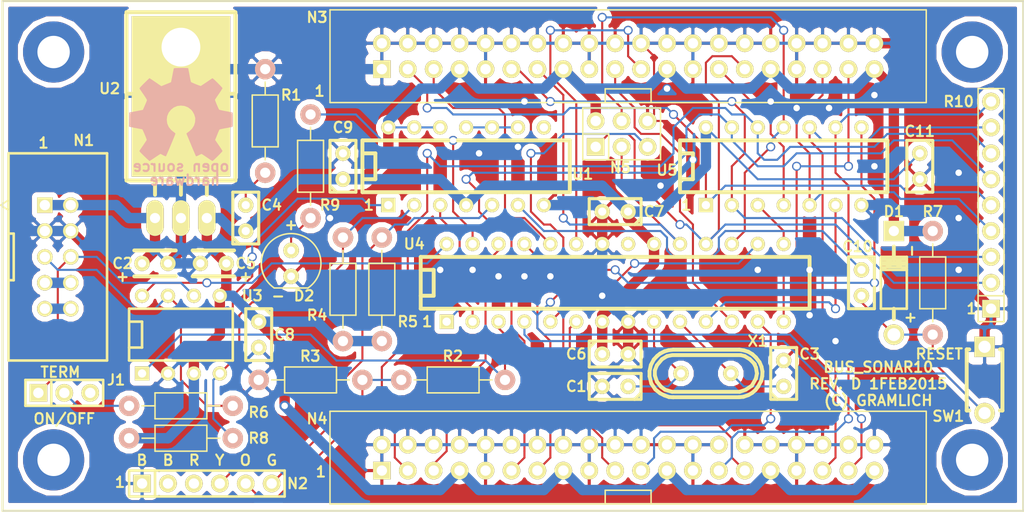
<source format=kicad_pcb>
(kicad_pcb (version 4) (host pcbnew "(2014-jul-16 BZR unknown)-product")
  (title_block (date "Fri 03 Oct 2014") (rev B))
  (layers (0 F.Cu signal) (31 B.Cu signal) (34 B.Paste user) (35 F.Paste user) (36 B.SilkS user) (37 F.SilkS user) (38 B.Mask user) (39 F.Mask user) (44 Edge.Cuts user))
  (net 0 "")
  (net 1 /D2)
  (net 2 /D3)
  (net 3 /D4)
  (net 4 /D5)
  (net 5 /D6)
  (net 6 /D7)
  (net 7 /D8)
  (net 8 /D9)
  (net 9 /D10)
  (net 10 /D11)
  (net 11 /D12)
  (net 12 /D13)
  (net 13 GND)
  (net 14 "Net-(C10-Pad1)")
  (net 15 /~RESET)
  (net 16 "Net-(N1-Pad5)")
  (net 17 "Net-(N2-Pad4)")
  (net 18 "Net-(N2-Pad5)")
  (net 19 "Net-(N2-Pad6)")
  (net 20 /TXD)
  (net 21 /RXD)
  (net 22 /LPWR)
  (net 23 "Net-(C1-Pad1)")
  (net 24 "Net-(C3-Pad1)")
  (net 25 "Net-(C4-Pad2)")
  (net 26 "Net-(J1-Pad1)")
  (net 27 "Net-(J1-Pad2)")
  (net 28 "Net-(N1-Pad7)")
  (net 29 "Net-(N1-Pad10)")
  (net 30 "Net-(N3-Pad3)")
  (net 31 "Net-(N3-Pad5)")
  (net 32 "Net-(N3-Pad11)")
  (net 33 "Net-(N3-Pad21)")
  (net 34 "Net-(N3-Pad27)")
  (net 35 "Net-(N3-Pad35)")
  (net 36 "Net-(N4-Pad3)")
  (net 37 "Net-(N4-Pad5)")
  (net 38 "Net-(N4-Pad11)")
  (net 39 "Net-(N4-Pad13)")
  (net 40 "Net-(N4-Pad27)")
  (net 41 "Net-(N4-Pad35)")
  (net 42 "Net-(D2-Pad+)")
  (net 43 "Net-(R9-Pad1)")
  (net 44 "Net-(U1-Pad10)")
  (net 45 "Net-(U3-Pad8)")
  (net 46 /CAN_RXD)
  (net 47 VCC)
  (module bus_sonar10:Capacitor3MMDiscRM2.5 (layer F.Cu) (at 160.02 137.795 180)
    (fp_text reference C1 (at 3.81 0 180) (layer F.SilkS) (effects (font (size 1.016 1.016) (thickness 0.2032))))
    (fp_text value 18pF hide)
    (pad 1 thru_hole circle (at -1.27 0 180) (size 1.50114 1.50114) (drill 0.8001) (layers *.Cu *.Mask F.SilkS) (net 23 "Net-(C1-Pad1)"))
    (pad 2 thru_hole circle (at 1.27 0 180) (size 1.50114 1.50114) (drill 0.8001) (layers *.Cu *.Mask F.SilkS) (net 13 GND))
  )
  (module bus_sonar10:Capacitor4x3RM2-5_RevB (layer F.Cu) (at 114.935 125.73)
    (fp_text reference C2 (at -3.175 0 180) (layer F.SilkS) (effects (font (size 1.016 1.016) (thickness 0.2032))))
    (fp_text value 22uF hide)
    (pad 1 thru_hole circle (at -1.27 0) (size 1.50114 1.50114) (drill 0.8001) (layers *.Cu *.Mask F.SilkS) (net 22 /LPWR))
    (pad 2 thru_hole circle (at 1.27 0) (size 1.50114 1.50114) (drill 0.8001) (layers *.Cu *.Mask F.SilkS) (net 13 GND))
  )
  (module bus_sonar10:Capacitor3MMDiscRM2.5 (layer F.Cu) (at 176.53 136.525 90)
    (fp_text reference C3 (at 1.905 2.54 180) (layer F.SilkS) (effects (font (size 1.016 1.016) (thickness 0.2032))))
    (fp_text value 18pF hide)
    (pad 1 thru_hole circle (at -1.27 0 90) (size 1.50114 1.50114) (drill 0.8001) (layers *.Cu *.Mask F.SilkS) (net 24 "Net-(C3-Pad1)"))
    (pad 2 thru_hole circle (at 1.27 0 90) (size 1.50114 1.50114) (drill 0.8001) (layers *.Cu *.Mask F.SilkS) (net 13 GND))
  )
  (module bus_sonar10:Capacitor3MMDiscRM2.5 (layer F.Cu) (at 123.825 121.285 90)
    (fp_text reference C4 (at 1.27 2.54 180) (layer F.SilkS) (effects (font (size 1.016 1.016) (thickness 0.2032))))
    (fp_text value .1uF hide)
    (pad 1 thru_hole circle (at -1.27 0 90) (size 1.50114 1.50114) (drill 0.8001) (layers *.Cu *.Mask F.SilkS) (net 47 VCC))
    (pad 2 thru_hole circle (at 1.27 0 90) (size 1.50114 1.50114) (drill 0.8001) (layers *.Cu *.Mask F.SilkS) (net 25 "Net-(C4-Pad2)"))
  )
  (module bus_sonar10:Capacitor4x3RM2-5_RevB (layer F.Cu) (at 120.65 125.73 180)
    (fp_text reference C5 (at -3.175 0 360) (layer F.SilkS) (effects (font (size 1.016 1.016) (thickness 0.2032))))
    (fp_text value 22uF hide)
    (pad 1 thru_hole circle (at -1.27 0 180) (size 1.50114 1.50114) (drill 0.8001) (layers *.Cu *.Mask F.SilkS) (net 47 VCC))
    (pad 2 thru_hole circle (at 1.27 0 180) (size 1.50114 1.50114) (drill 0.8001) (layers *.Cu *.Mask F.SilkS) (net 13 GND))
  )
  (module bus_sonar10:Capacitor3MMDiscRM2.5 (layer F.Cu) (at 160.02 134.62)
    (fp_text reference C6 (at -3.81 0) (layer F.SilkS) (effects (font (size 1.016 1.016) (thickness 0.2032))))
    (fp_text value .1uF hide)
    (pad 1 thru_hole circle (at -1.27 0) (size 1.50114 1.50114) (drill 0.8001) (layers *.Cu *.Mask F.SilkS) (net 47 VCC))
    (pad 2 thru_hole circle (at 1.27 0) (size 1.50114 1.50114) (drill 0.8001) (layers *.Cu *.Mask F.SilkS) (net 13 GND))
  )
  (module bus_sonar10:Capacitor3MMDiscRM2.5 (layer F.Cu) (at 160.02 120.65 180)
    (fp_text reference C7 (at -3.81 0 180) (layer F.SilkS) (effects (font (size 1.016 1.016) (thickness 0.2032))))
    (fp_text value .1uF hide)
    (pad 1 thru_hole circle (at -1.27 0 180) (size 1.50114 1.50114) (drill 0.8001) (layers *.Cu *.Mask F.SilkS) (net 47 VCC))
    (pad 2 thru_hole circle (at 1.27 0 180) (size 1.50114 1.50114) (drill 0.8001) (layers *.Cu *.Mask F.SilkS) (net 13 GND))
  )
  (module bus_sonar10:Capacitor3MMDiscRM2.5 (layer F.Cu) (at 125.095 132.715 270)
    (fp_text reference C8 (at 0 -2.54 360) (layer F.SilkS) (effects (font (size 1.016 1.016) (thickness 0.2032))))
    (fp_text value .1uF hide)
    (pad 1 thru_hole circle (at -1.27 0 270) (size 1.50114 1.50114) (drill 0.8001) (layers *.Cu *.Mask F.SilkS) (net 47 VCC))
    (pad 2 thru_hole circle (at 1.27 0 270) (size 1.50114 1.50114) (drill 0.8001) (layers *.Cu *.Mask F.SilkS) (net 13 GND))
  )
  (module bus_sonar10:Capacitor3MMDiscRM2.5 (layer F.Cu) (at 133.35 116.205 90)
    (fp_text reference C9 (at 3.81 0 180) (layer F.SilkS) (effects (font (size 1.016 1.016) (thickness 0.2032))))
    (fp_text value .1uF hide)
    (pad 1 thru_hole circle (at -1.27 0 90) (size 1.50114 1.50114) (drill 0.8001) (layers *.Cu *.Mask F.SilkS) (net 47 VCC))
    (pad 2 thru_hole circle (at 1.27 0 90) (size 1.50114 1.50114) (drill 0.8001) (layers *.Cu *.Mask F.SilkS) (net 13 GND))
  )
  (module bus_sonar10:Capacitor3MMDiscRM2.5 (layer F.Cu) (at 184.15 127.635 270)
    (fp_text reference C10 (at -3.556 0.381 360) (layer F.SilkS) (effects (font (size 1.016 1.016) (thickness 0.2032))))
    (fp_text value 1uF hide)
    (pad 1 thru_hole circle (at -1.27 0 270) (size 1.50114 1.50114) (drill 0.8001) (layers *.Cu *.Mask F.SilkS) (net 14 "Net-(C10-Pad1)"))
    (pad 2 thru_hole circle (at 1.27 0 270) (size 1.50114 1.50114) (drill 0.8001) (layers *.Cu *.Mask F.SilkS) (net 15 /~RESET))
  )
  (module bus_sonar10:Capacitor3MMDiscRM2.5 (layer F.Cu) (at 189.865 116.205 270)
    (fp_text reference C11 (at -3.429 0 360) (layer F.SilkS) (effects (font (size 1.016 1.016) (thickness 0.2032))))
    (fp_text value .1uF hide)
    (pad 1 thru_hole circle (at -1.27 0 270) (size 1.50114 1.50114) (drill 0.8001) (layers *.Cu *.Mask F.SilkS) (net 47 VCC))
    (pad 2 thru_hole circle (at 1.27 0 270) (size 1.50114 1.50114) (drill 0.8001) (layers *.Cu *.Mask F.SilkS) (net 13 GND))
  )
  (module bus_sonar10:Diode_DO-41_SOD81_Horizontal_RM10 (layer F.Cu) (at 187.325 127.635 90)
    (fp_text reference D1 (at 6.985 0 180) (layer F.SilkS) (effects (font (size 1.016 1.016) (thickness 0.2032))))
    (fp_text value SD101C-TR hide)
    (fp_text user - (at 3.14 1.71 90) (layer F.SilkS) (effects (font (size 1.016 1.016) (thickness 0.2032))))
    (fp_text user + (at -3.42 1.56 90) (layer F.SilkS) (effects (font (size 1.016 1.016) (thickness 0.2032))))
    (pad + thru_hole circle (at -5.08 0 90) (size 1.99898 1.99898) (drill 1.27) (layers *.Cu *.Mask F.SilkS) (net 15 /~RESET))
    (pad - thru_hole rect (at 5.08 0 90) (size 1.99898 1.99898) (drill 1.00076) (layers *.Cu *.Mask F.SilkS) (net 47 VCC))
  )
  (module bus_sonar10:OSHW_LOGO_400mil (layer B.Cu) (at 117.475 111.125)
    (fp_text reference G1 hide)
    (fp_text value OSHW_LOGO hide)
  )
  (module bus_sonar10:Pin_Header_Straight_1x03 (layer F.Cu) (at 106.045 138.43)
    (fp_text reference J1 (at 5.08 -1.27) (layer F.SilkS) (effects (font (size 1.016 1.016) (thickness 0.2032))))
    (fp_text value TERMINATE_JUMPER hide)
    (pad 1 thru_hole rect (at -2.54 0) (size 1.7272 1.7272) (drill 1.016) (layers *.Cu *.Mask F.SilkS) (net 26 "Net-(J1-Pad1)"))
    (pad 2 thru_hole circle (at 0 0) (size 1.7272 1.7272) (drill 1.016) (layers *.Cu *.Mask F.SilkS) (net 27 "Net-(J1-Pad2)"))
    (pad 3 thru_hole circle (at 2.54 0) (size 1.7272 1.7272) (drill 1.016) (layers *.Cu *.Mask F.SilkS))
  )
  (module bus_sonar10:Pin_Header_Straight_2x05_Shrouded (layer F.Cu) (at 105.41 125.095 270)
    (fp_text reference N1 (at -11.43 -2.54 540) (layer F.SilkS) (effects (font (size 1.016 1.016) (thickness 0.2032))))
    (fp_text value BUS_SLAVE_HEADER hide)
    (pad 1 thru_hole rect (at -5.08 1.27 270) (size 1.524 1.524) (drill 1.016) (layers *.Cu *.Mask F.SilkS) (net 22 /LPWR))
    (pad 2 thru_hole circle (at -5.08 -1.27 270) (size 1.524 1.524) (drill 1.016) (layers *.Cu *.Mask F.SilkS) (net 22 /LPWR))
    (pad 3 thru_hole circle (at -2.54 1.27 270) (size 1.524 1.524) (drill 1.016) (layers *.Cu *.Mask F.SilkS) (net 13 GND))
    (pad 4 thru_hole circle (at -2.54 -1.27 270) (size 1.524 1.524) (drill 1.016) (layers *.Cu *.Mask F.SilkS) (net 13 GND))
    (pad 5 thru_hole circle (at 0 1.27 270) (size 1.524 1.524) (drill 1.016) (layers *.Cu *.Mask F.SilkS) (net 16 "Net-(N1-Pad5)"))
    (pad 6 thru_hole circle (at 0 -1.27 270) (size 1.524 1.524) (drill 1.016) (layers *.Cu *.Mask F.SilkS) (net 26 "Net-(J1-Pad1)"))
    (pad 7 thru_hole circle (at 2.54 1.27 270) (size 1.524 1.524) (drill 1.016) (layers *.Cu *.Mask F.SilkS) (net 28 "Net-(N1-Pad7)"))
    (pad 8 thru_hole circle (at 2.54 -1.27 270) (size 1.524 1.524) (drill 1.016) (layers *.Cu *.Mask F.SilkS) (net 28 "Net-(N1-Pad7)"))
    (pad 9 thru_hole circle (at 5.08 1.27 270) (size 1.524 1.524) (drill 1.016) (layers *.Cu *.Mask F.SilkS) (net 29 "Net-(N1-Pad10)"))
    (pad 10 thru_hole circle (at 5.08 -1.27 270) (size 1.524 1.524) (drill 1.016) (layers *.Cu *.Mask F.SilkS) (net 29 "Net-(N1-Pad10)"))
  )
  (module bus_sonar10:Pin_Header_Straight_1x06 (layer F.Cu) (at 120.015 147.32)
    (fp_text reference N2 (at 8.89 0) (layer F.SilkS) (effects (font (size 1.016 1.016) (thickness 0.2032))))
    (fp_text value FTDI_HEADER hide)
    (pad 1 thru_hole rect (at -6.35 0) (size 1.7272 1.7272) (drill 1.016) (layers *.Cu *.Mask F.SilkS) (net 13 GND))
    (pad 2 thru_hole circle (at -3.81 0) (size 1.7272 1.7272) (drill 1.016) (layers *.Cu *.Mask F.SilkS))
    (pad 3 thru_hole circle (at -1.27 0) (size 1.7272 1.7272) (drill 1.016) (layers *.Cu *.Mask F.SilkS))
    (pad 4 thru_hole circle (at 1.27 0) (size 1.7272 1.7272) (drill 1.016) (layers *.Cu *.Mask F.SilkS) (net 17 "Net-(N2-Pad4)"))
    (pad 5 thru_hole circle (at 3.81 0) (size 1.7272 1.7272) (drill 1.016) (layers *.Cu *.Mask F.SilkS) (net 18 "Net-(N2-Pad5)"))
    (pad 6 thru_hole circle (at 6.35 0) (size 1.7272 1.7272) (drill 1.016) (layers *.Cu *.Mask F.SilkS) (net 19 "Net-(N2-Pad6)"))
  )
  (module bus_sonar10:Pin_Header_Straight_2x20_Shrouded (layer F.Cu) (at 161.29 105.41)
    (fp_text reference N3 (at -30.48 -3.81) (layer F.SilkS) (effects (font (size 1.016 1.016) (thickness 0.2032))))
    (fp_text value 302-S401 hide)
    (pad 1 thru_hole rect (at -24.13 1.27) (size 1.7272 1.7272) (drill 1.016) (layers *.Cu *.Mask F.SilkS) (net 13 GND))
    (pad 2 thru_hole oval (at -24.13 -1.27) (size 1.7272 1.7272) (drill 1.016) (layers *.Cu *.Mask F.SilkS) (net 13 GND))
    (pad 3 thru_hole oval (at -21.59 1.27) (size 1.7272 1.7272) (drill 1.016) (layers *.Cu *.Mask F.SilkS) (net 30 "Net-(N3-Pad3)"))
    (pad 4 thru_hole oval (at -21.59 -1.27) (size 1.7272 1.7272) (drill 1.016) (layers *.Cu *.Mask F.SilkS) (net 13 GND))
    (pad 5 thru_hole oval (at -19.05 1.27) (size 1.7272 1.7272) (drill 1.016) (layers *.Cu *.Mask F.SilkS) (net 31 "Net-(N3-Pad5)"))
    (pad 6 thru_hole oval (at -19.05 -1.27) (size 1.7272 1.7272) (drill 1.016) (layers *.Cu *.Mask F.SilkS) (net 13 GND))
    (pad 7 thru_hole oval (at -16.51 1.27) (size 1.7272 1.7272) (drill 1.016) (layers *.Cu *.Mask F.SilkS) (net 47 VCC))
    (pad 8 thru_hole oval (at -16.51 -1.27) (size 1.7272 1.7272) (drill 1.016) (layers *.Cu *.Mask F.SilkS) (net 13 GND))
    (pad 9 thru_hole oval (at -13.97 1.27) (size 1.7272 1.7272) (drill 1.016) (layers *.Cu *.Mask F.SilkS) (net 13 GND))
    (pad 10 thru_hole oval (at -13.97 -1.27) (size 1.7272 1.7272) (drill 1.016) (layers *.Cu *.Mask F.SilkS) (net 13 GND))
    (pad 11 thru_hole oval (at -11.43 1.27) (size 1.7272 1.7272) (drill 1.016) (layers *.Cu *.Mask F.SilkS) (net 32 "Net-(N3-Pad11)"))
    (pad 12 thru_hole oval (at -11.43 -1.27) (size 1.7272 1.7272) (drill 1.016) (layers *.Cu *.Mask F.SilkS) (net 13 GND))
    (pad 13 thru_hole oval (at -8.89 1.27) (size 1.7272 1.7272) (drill 1.016) (layers *.Cu *.Mask F.SilkS) (net 12 /D13))
    (pad 14 thru_hole oval (at -8.89 -1.27) (size 1.7272 1.7272) (drill 1.016) (layers *.Cu *.Mask F.SilkS) (net 13 GND))
    (pad 15 thru_hole oval (at -6.35 1.27) (size 1.7272 1.7272) (drill 1.016) (layers *.Cu *.Mask F.SilkS) (net 47 VCC))
    (pad 16 thru_hole oval (at -6.35 -1.27) (size 1.7272 1.7272) (drill 1.016) (layers *.Cu *.Mask F.SilkS) (net 13 GND))
    (pad 17 thru_hole oval (at -3.81 1.27) (size 1.7272 1.7272) (drill 1.016) (layers *.Cu *.Mask F.SilkS) (net 13 GND))
    (pad 18 thru_hole oval (at -3.81 -1.27) (size 1.7272 1.7272) (drill 1.016) (layers *.Cu *.Mask F.SilkS) (net 13 GND))
    (pad 19 thru_hole oval (at -1.27 1.27) (size 1.7272 1.7272) (drill 1.016) (layers *.Cu *.Mask F.SilkS) (net 5 /D6))
    (pad 20 thru_hole oval (at -1.27 -1.27) (size 1.7272 1.7272) (drill 1.016) (layers *.Cu *.Mask F.SilkS) (net 13 GND))
    (pad 21 thru_hole oval (at 1.27 1.27) (size 1.7272 1.7272) (drill 1.016) (layers *.Cu *.Mask F.SilkS) (net 33 "Net-(N3-Pad21)"))
    (pad 22 thru_hole oval (at 1.27 -1.27) (size 1.7272 1.7272) (drill 1.016) (layers *.Cu *.Mask F.SilkS) (net 13 GND))
    (pad 23 thru_hole oval (at 3.81 1.27) (size 1.7272 1.7272) (drill 1.016) (layers *.Cu *.Mask F.SilkS) (net 47 VCC))
    (pad 24 thru_hole oval (at 3.81 -1.27) (size 1.7272 1.7272) (drill 1.016) (layers *.Cu *.Mask F.SilkS) (net 13 GND))
    (pad 25 thru_hole oval (at 6.35 1.27) (size 1.7272 1.7272) (drill 1.016) (layers *.Cu *.Mask F.SilkS) (net 13 GND))
    (pad 26 thru_hole oval (at 6.35 -1.27) (size 1.7272 1.7272) (drill 1.016) (layers *.Cu *.Mask F.SilkS) (net 13 GND))
    (pad 27 thru_hole oval (at 8.89 1.27) (size 1.7272 1.7272) (drill 1.016) (layers *.Cu *.Mask F.SilkS) (net 34 "Net-(N3-Pad27)"))
    (pad 28 thru_hole oval (at 8.89 -1.27) (size 1.7272 1.7272) (drill 1.016) (layers *.Cu *.Mask F.SilkS) (net 13 GND))
    (pad 29 thru_hole oval (at 11.43 1.27) (size 1.7272 1.7272) (drill 1.016) (layers *.Cu *.Mask F.SilkS) (net 11 /D12))
    (pad 30 thru_hole oval (at 11.43 -1.27) (size 1.7272 1.7272) (drill 1.016) (layers *.Cu *.Mask F.SilkS) (net 13 GND))
    (pad 31 thru_hole oval (at 13.97 1.27) (size 1.7272 1.7272) (drill 1.016) (layers *.Cu *.Mask F.SilkS) (net 47 VCC))
    (pad 32 thru_hole oval (at 13.97 -1.27) (size 1.7272 1.7272) (drill 1.016) (layers *.Cu *.Mask F.SilkS) (net 13 GND))
    (pad 33 thru_hole oval (at 16.51 1.27) (size 1.7272 1.7272) (drill 1.016) (layers *.Cu *.Mask F.SilkS) (net 13 GND))
    (pad 34 thru_hole oval (at 16.51 -1.27) (size 1.7272 1.7272) (drill 1.016) (layers *.Cu *.Mask F.SilkS) (net 13 GND))
    (pad 35 thru_hole oval (at 19.05 1.27) (size 1.7272 1.7272) (drill 1.016) (layers *.Cu *.Mask F.SilkS) (net 35 "Net-(N3-Pad35)"))
    (pad 36 thru_hole oval (at 19.05 -1.27) (size 1.7272 1.7272) (drill 1.016) (layers *.Cu *.Mask F.SilkS) (net 13 GND))
    (pad 37 thru_hole oval (at 21.59 1.27) (size 1.7272 1.7272) (drill 1.016) (layers *.Cu *.Mask F.SilkS) (net 7 /D8))
    (pad 38 thru_hole oval (at 21.59 -1.27) (size 1.7272 1.7272) (drill 1.016) (layers *.Cu *.Mask F.SilkS) (net 13 GND))
    (pad 39 thru_hole oval (at 24.13 1.27) (size 1.7272 1.7272) (drill 1.016) (layers *.Cu *.Mask F.SilkS) (net 47 VCC))
    (pad 40 thru_hole oval (at 24.13 -1.27) (size 1.7272 1.7272) (drill 1.016) (layers *.Cu *.Mask F.SilkS) (net 13 GND))
  )
  (module bus_sonar10:Pin_Header_Straight_2x20_Shrouded (layer F.Cu) (at 161.29 144.78)
    (fp_text reference N4 (at -30.48 -3.81) (layer F.SilkS) (effects (font (size 1.016 1.016) (thickness 0.2032))))
    (fp_text value 302-S401 hide)
    (pad 1 thru_hole rect (at -24.13 1.27) (size 1.7272 1.7272) (drill 1.016) (layers *.Cu *.Mask F.SilkS) (net 13 GND))
    (pad 2 thru_hole oval (at -24.13 -1.27) (size 1.7272 1.7272) (drill 1.016) (layers *.Cu *.Mask F.SilkS) (net 13 GND))
    (pad 3 thru_hole oval (at -21.59 1.27) (size 1.7272 1.7272) (drill 1.016) (layers *.Cu *.Mask F.SilkS) (net 36 "Net-(N4-Pad3)"))
    (pad 4 thru_hole oval (at -21.59 -1.27) (size 1.7272 1.7272) (drill 1.016) (layers *.Cu *.Mask F.SilkS) (net 13 GND))
    (pad 5 thru_hole oval (at -19.05 1.27) (size 1.7272 1.7272) (drill 1.016) (layers *.Cu *.Mask F.SilkS) (net 37 "Net-(N4-Pad5)"))
    (pad 6 thru_hole oval (at -19.05 -1.27) (size 1.7272 1.7272) (drill 1.016) (layers *.Cu *.Mask F.SilkS) (net 13 GND))
    (pad 7 thru_hole oval (at -16.51 1.27) (size 1.7272 1.7272) (drill 1.016) (layers *.Cu *.Mask F.SilkS) (net 47 VCC))
    (pad 8 thru_hole oval (at -16.51 -1.27) (size 1.7272 1.7272) (drill 1.016) (layers *.Cu *.Mask F.SilkS) (net 13 GND))
    (pad 9 thru_hole oval (at -13.97 1.27) (size 1.7272 1.7272) (drill 1.016) (layers *.Cu *.Mask F.SilkS) (net 13 GND))
    (pad 10 thru_hole oval (at -13.97 -1.27) (size 1.7272 1.7272) (drill 1.016) (layers *.Cu *.Mask F.SilkS) (net 13 GND))
    (pad 11 thru_hole oval (at -11.43 1.27) (size 1.7272 1.7272) (drill 1.016) (layers *.Cu *.Mask F.SilkS) (net 38 "Net-(N4-Pad11)"))
    (pad 12 thru_hole oval (at -11.43 -1.27) (size 1.7272 1.7272) (drill 1.016) (layers *.Cu *.Mask F.SilkS) (net 13 GND))
    (pad 13 thru_hole oval (at -8.89 1.27) (size 1.7272 1.7272) (drill 1.016) (layers *.Cu *.Mask F.SilkS) (net 39 "Net-(N4-Pad13)"))
    (pad 14 thru_hole oval (at -8.89 -1.27) (size 1.7272 1.7272) (drill 1.016) (layers *.Cu *.Mask F.SilkS) (net 13 GND))
    (pad 15 thru_hole oval (at -6.35 1.27) (size 1.7272 1.7272) (drill 1.016) (layers *.Cu *.Mask F.SilkS) (net 47 VCC))
    (pad 16 thru_hole oval (at -6.35 -1.27) (size 1.7272 1.7272) (drill 1.016) (layers *.Cu *.Mask F.SilkS) (net 13 GND))
    (pad 17 thru_hole oval (at -3.81 1.27) (size 1.7272 1.7272) (drill 1.016) (layers *.Cu *.Mask F.SilkS) (net 13 GND))
    (pad 18 thru_hole oval (at -3.81 -1.27) (size 1.7272 1.7272) (drill 1.016) (layers *.Cu *.Mask F.SilkS) (net 13 GND))
    (pad 19 thru_hole oval (at -1.27 1.27) (size 1.7272 1.7272) (drill 1.016) (layers *.Cu *.Mask F.SilkS) (net 9 /D10))
    (pad 20 thru_hole oval (at -1.27 -1.27) (size 1.7272 1.7272) (drill 1.016) (layers *.Cu *.Mask F.SilkS) (net 13 GND))
    (pad 21 thru_hole oval (at 1.27 1.27) (size 1.7272 1.7272) (drill 1.016) (layers *.Cu *.Mask F.SilkS) (net 6 /D7))
    (pad 22 thru_hole oval (at 1.27 -1.27) (size 1.7272 1.7272) (drill 1.016) (layers *.Cu *.Mask F.SilkS) (net 13 GND))
    (pad 23 thru_hole oval (at 3.81 1.27) (size 1.7272 1.7272) (drill 1.016) (layers *.Cu *.Mask F.SilkS) (net 47 VCC))
    (pad 24 thru_hole oval (at 3.81 -1.27) (size 1.7272 1.7272) (drill 1.016) (layers *.Cu *.Mask F.SilkS) (net 13 GND))
    (pad 25 thru_hole oval (at 6.35 1.27) (size 1.7272 1.7272) (drill 1.016) (layers *.Cu *.Mask F.SilkS) (net 13 GND))
    (pad 26 thru_hole oval (at 6.35 -1.27) (size 1.7272 1.7272) (drill 1.016) (layers *.Cu *.Mask F.SilkS) (net 13 GND))
    (pad 27 thru_hole oval (at 8.89 1.27) (size 1.7272 1.7272) (drill 1.016) (layers *.Cu *.Mask F.SilkS) (net 40 "Net-(N4-Pad27)"))
    (pad 28 thru_hole oval (at 8.89 -1.27) (size 1.7272 1.7272) (drill 1.016) (layers *.Cu *.Mask F.SilkS) (net 13 GND))
    (pad 29 thru_hole oval (at 11.43 1.27) (size 1.7272 1.7272) (drill 1.016) (layers *.Cu *.Mask F.SilkS) (net 3 /D4))
    (pad 30 thru_hole oval (at 11.43 -1.27) (size 1.7272 1.7272) (drill 1.016) (layers *.Cu *.Mask F.SilkS) (net 13 GND))
    (pad 31 thru_hole oval (at 13.97 1.27) (size 1.7272 1.7272) (drill 1.016) (layers *.Cu *.Mask F.SilkS) (net 47 VCC))
    (pad 32 thru_hole oval (at 13.97 -1.27) (size 1.7272 1.7272) (drill 1.016) (layers *.Cu *.Mask F.SilkS) (net 13 GND))
    (pad 33 thru_hole oval (at 16.51 1.27) (size 1.7272 1.7272) (drill 1.016) (layers *.Cu *.Mask F.SilkS) (net 13 GND))
    (pad 34 thru_hole oval (at 16.51 -1.27) (size 1.7272 1.7272) (drill 1.016) (layers *.Cu *.Mask F.SilkS) (net 13 GND))
    (pad 35 thru_hole oval (at 19.05 1.27) (size 1.7272 1.7272) (drill 1.016) (layers *.Cu *.Mask F.SilkS) (net 41 "Net-(N4-Pad35)"))
    (pad 36 thru_hole oval (at 19.05 -1.27) (size 1.7272 1.7272) (drill 1.016) (layers *.Cu *.Mask F.SilkS) (net 13 GND))
    (pad 37 thru_hole oval (at 21.59 1.27) (size 1.7272 1.7272) (drill 1.016) (layers *.Cu *.Mask F.SilkS) (net 1 /D2))
    (pad 38 thru_hole oval (at 21.59 -1.27) (size 1.7272 1.7272) (drill 1.016) (layers *.Cu *.Mask F.SilkS) (net 13 GND))
    (pad 39 thru_hole oval (at 24.13 1.27) (size 1.7272 1.7272) (drill 1.016) (layers *.Cu *.Mask F.SilkS) (net 47 VCC))
    (pad 40 thru_hole oval (at 24.13 -1.27) (size 1.7272 1.7272) (drill 1.016) (layers *.Cu *.Mask F.SilkS) (net 13 GND))
  )
  (module bus_sonar10:Resistor_Horizontal_400 (layer F.Cu) (at 125.73 111.76 270)
    (fp_text reference R1 (at -2.54 -2.54 360) (layer F.SilkS) (effects (font (size 1.016 1.016) (thickness 0.2032))))
    (fp_text value .47 hide)
    (pad 1 thru_hole circle (at -5.08 0 270) (size 1.99898 1.99898) (drill 1.00076) (layers *.Cu *.SilkS *.Mask) (net 13 GND))
    (pad 2 thru_hole circle (at 5.08 0 270) (size 1.99898 1.99898) (drill 1.00076) (layers *.Cu *.SilkS *.Mask) (net 25 "Net-(C4-Pad2)"))
  )
  (module bus_sonar10:Resistor_Horizontal_400 (layer F.Cu) (at 144.145 137.16)
    (fp_text reference R2 (at -0.03 -2.33) (layer F.SilkS) (effects (font (size 1.016 1.016) (thickness 0.2032))))
    (fp_text value 22K hide)
    (pad 1 thru_hole circle (at -5.08 0) (size 1.99898 1.99898) (drill 1.00076) (layers *.Cu *.SilkS *.Mask) (net 18 "Net-(N2-Pad5)"))
    (pad 2 thru_hole circle (at 5.08 0) (size 1.99898 1.99898) (drill 1.00076) (layers *.Cu *.SilkS *.Mask) (net 20 /TXD))
  )
  (module bus_sonar10:Resistor_Horizontal_400 (layer F.Cu) (at 130.175 137.16)
    (fp_text reference R3 (at -0.03 -2.33) (layer F.SilkS) (effects (font (size 1.016 1.016) (thickness 0.2032))))
    (fp_text value 33K hide)
    (pad 1 thru_hole circle (at -5.08 0) (size 1.99898 1.99898) (drill 1.00076) (layers *.Cu *.SilkS *.Mask) (net 13 GND))
    (pad 2 thru_hole circle (at 5.08 0) (size 1.99898 1.99898) (drill 1.00076) (layers *.Cu *.SilkS *.Mask) (net 18 "Net-(N2-Pad5)"))
  )
  (module bus_sonar10:Resistor_Horizontal_400 (layer F.Cu) (at 133.35 128.27 270)
    (fp_text reference R4 (at 2.54 2.54 360) (layer F.SilkS) (effects (font (size 1.016 1.016) (thickness 0.2032))))
    (fp_text value 100K hide)
    (pad 1 thru_hole circle (at -5.08 0 270) (size 1.99898 1.99898) (drill 1.00076) (layers *.Cu *.SilkS *.Mask) (net 17 "Net-(N2-Pad4)"))
    (pad 2 thru_hole circle (at 5.08 0 270) (size 1.99898 1.99898) (drill 1.00076) (layers *.Cu *.SilkS *.Mask) (net 47 VCC))
  )
  (module bus_sonar10:Resistor_Horizontal_400 (layer F.Cu) (at 137.16 128.27 270)
    (fp_text reference R5 (at 3.175 -2.54 360) (layer F.SilkS) (effects (font (size 1.016 1.016) (thickness 0.2032))))
    (fp_text value 100K hide)
    (pad 1 thru_hole circle (at -5.08 0 270) (size 1.99898 1.99898) (drill 1.00076) (layers *.Cu *.SilkS *.Mask) (net 19 "Net-(N2-Pad6)"))
    (pad 2 thru_hole circle (at 5.08 0 270) (size 1.99898 1.99898) (drill 1.00076) (layers *.Cu *.SilkS *.Mask) (net 47 VCC))
  )
  (module bus_sonar10:Resistor_Horizontal_400 (layer F.Cu) (at 117.475 139.7 180)
    (fp_text reference R6 (at -7.62 -0.635 180) (layer F.SilkS) (effects (font (size 1.016 1.016) (thickness 0.2032))))
    (fp_text value .47 hide)
    (pad 1 thru_hole circle (at -5.08 0 180) (size 1.99898 1.99898) (drill 1.00076) (layers *.Cu *.SilkS *.Mask) (net 16 "Net-(N1-Pad5)"))
    (pad 2 thru_hole circle (at 5.08 0 180) (size 1.99898 1.99898) (drill 1.00076) (layers *.Cu *.SilkS *.Mask) (net 27 "Net-(J1-Pad2)"))
  )
  (module bus_sonar10:Resistor_Horizontal_400 (layer F.Cu) (at 191.135 127.635 90)
    (fp_text reference R7 (at 6.985 0 180) (layer F.SilkS) (effects (font (size 1.016 1.016) (thickness 0.2032))))
    (fp_text value 10K hide)
    (pad 1 thru_hole circle (at -5.08 0 90) (size 1.99898 1.99898) (drill 1.00076) (layers *.Cu *.SilkS *.Mask) (net 15 /~RESET))
    (pad 2 thru_hole circle (at 5.08 0 90) (size 1.99898 1.99898) (drill 1.00076) (layers *.Cu *.SilkS *.Mask) (net 47 VCC))
  )
  (module bus_sonar10:Button_6.5MM (layer F.Cu) (at 196.215 137.16 270)
    (fp_text reference SW1 (at 3.556 3.556 540) (layer F.SilkS) (effects (font (size 1.016 1.016) (thickness 0.2032))))
    (fp_text value MJTP1243 hide)
    (pad 1 thru_hole rect (at -3.2512 0 270) (size 1.99898 1.99898) (drill 1.19888) (layers *.Cu *.Mask F.SilkS) (net 13 GND))
    (pad 2 thru_hole circle (at 3.2512 0 270) (size 1.99898 1.99898) (drill 1.19888) (layers *.Cu *.Mask F.SilkS) (net 15 /~RESET))
  )
  (module bus_sonar10:DIP-14__300 (layer F.Cu) (at 145.415 116.205)
    (fp_text reference U1 (at 11.43 0.762) (layer F.SilkS) (effects (font (size 1.016 1.016) (thickness 0.2032))))
    (fp_text value 74HCT08 hide)
    (pad 1 thru_hole rect (at -7.62 3.81) (size 1.397 1.397) (drill 0.8128) (layers *.Cu *.Mask F.SilkS) (net 46 /CAN_RXD))
    (pad 2 thru_hole circle (at -5.08 3.81) (size 1.397 1.397) (drill 0.8128) (layers *.Cu *.Mask F.SilkS) (net 17 "Net-(N2-Pad4)"))
    (pad 3 thru_hole circle (at -2.54 3.81) (size 1.397 1.397) (drill 0.8128) (layers *.Cu *.Mask F.SilkS) (net 21 /RXD))
    (pad 4 thru_hole circle (at 0 3.81) (size 1.397 1.397) (drill 0.8128) (layers *.Cu *.Mask F.SilkS) (net 47 VCC))
    (pad 5 thru_hole circle (at 2.54 3.81) (size 1.397 1.397) (drill 0.8128) (layers *.Cu *.Mask F.SilkS) (net 19 "Net-(N2-Pad6)"))
    (pad 6 thru_hole circle (at 5.08 3.81) (size 1.397 1.397) (drill 0.8128) (layers *.Cu *.Mask F.SilkS) (net 14 "Net-(C10-Pad1)"))
    (pad 7 thru_hole circle (at 7.62 3.81) (size 1.397 1.397) (drill 0.8128) (layers *.Cu *.Mask F.SilkS) (net 13 GND))
    (pad 8 thru_hole circle (at 7.62 -3.81) (size 1.397 1.397) (drill 0.8128) (layers *.Cu *.Mask F.SilkS))
    (pad 9 thru_hole circle (at 5.08 -3.81) (size 1.397 1.397) (drill 0.8128) (layers *.Cu *.Mask F.SilkS) (net 44 "Net-(U1-Pad10)"))
    (pad 10 thru_hole circle (at 2.54 -3.81) (size 1.397 1.397) (drill 0.8128) (layers *.Cu *.Mask F.SilkS) (net 44 "Net-(U1-Pad10)"))
    (pad 11 thru_hole circle (at 0 -3.81) (size 1.397 1.397) (drill 0.8128) (layers *.Cu *.Mask F.SilkS) (net 44 "Net-(U1-Pad10)"))
    (pad 12 thru_hole circle (at -2.54 -3.81) (size 1.397 1.397) (drill 0.8128) (layers *.Cu *.Mask F.SilkS) (net 47 VCC))
    (pad 13 thru_hole circle (at -5.08 -3.81) (size 1.397 1.397) (drill 0.8128) (layers *.Cu *.Mask F.SilkS) (net 47 VCC))
    (pad 14 thru_hole circle (at -7.62 -3.81) (size 1.397 1.397) (drill 0.8128) (layers *.Cu *.Mask F.SilkS) (net 47 VCC))
  )
  (module bus_sonar10:TO-220_Neutral123_Horizontal_LargePads (layer F.Cu) (at 117.475 121.285)
    (fp_text reference U2 (at -6.985 -12.7 180) (layer F.SilkS) (effects (font (size 1.016 1.016) (thickness 0.2032))))
    (fp_text value LM2940 hide)
    (pad 2 thru_hole oval (at 0 0 90) (size 3.50012 1.69926) (drill 1.00076) (layers *.Cu *.Mask F.SilkS) (net 13 GND))
    (pad 1 thru_hole oval (at -2.54 0 90) (size 3.50012 1.69926) (drill 1.00076) (layers *.Cu *.Mask F.SilkS) (net 22 /LPWR))
    (pad 3 thru_hole oval (at 2.54 0 90) (size 3.50012 1.69926) (drill 1.00076) (layers *.Cu *.Mask F.SilkS) (net 47 VCC))
    (pad 2 thru_hole rect (at 0 -16.764 90) (size 15.748 9.652) (drill 3.79984 (offset -4.826 0)) (layers *.Cu F.SilkS F.Mask) (net 13 GND))
  )
  (module bus_sonar10:DIP-8__300 (layer F.Cu) (at 117.475 132.715)
    (fp_text reference U3 (at 6.985 -3.81) (layer F.SilkS) (effects (font (size 1.016 1.016) (thickness 0.2032))))
    (fp_text value MCP2562 hide)
    (pad 1 thru_hole rect (at -3.81 3.81) (size 1.397 1.397) (drill 0.8128) (layers *.Cu *.Mask F.SilkS) (net 20 /TXD))
    (pad 2 thru_hole circle (at -1.27 3.81) (size 1.397 1.397) (drill 0.8128) (layers *.Cu *.Mask F.SilkS) (net 13 GND))
    (pad 3 thru_hole circle (at 1.27 3.81) (size 1.397 1.397) (drill 0.8128) (layers *.Cu *.Mask F.SilkS) (net 47 VCC))
    (pad 4 thru_hole circle (at 3.81 3.81) (size 1.397 1.397) (drill 0.8128) (layers *.Cu *.Mask F.SilkS) (net 46 /CAN_RXD))
    (pad 5 thru_hole circle (at 3.81 -3.81) (size 1.397 1.397) (drill 0.8128) (layers *.Cu *.Mask F.SilkS) (net 47 VCC))
    (pad 6 thru_hole circle (at 1.27 -3.81) (size 1.397 1.397) (drill 0.8128) (layers *.Cu *.Mask F.SilkS) (net 26 "Net-(J1-Pad1)"))
    (pad 7 thru_hole circle (at -1.27 -3.81) (size 1.397 1.397) (drill 0.8128) (layers *.Cu *.Mask F.SilkS) (net 16 "Net-(N1-Pad5)"))
    (pad 8 thru_hole circle (at -3.81 -3.81) (size 1.397 1.397) (drill 0.8128) (layers *.Cu *.Mask F.SilkS) (net 45 "Net-(U3-Pad8)"))
  )
  (module bus_sonar10:DIP-28__300 (layer F.Cu) (at 160.02 127.635)
    (fp_text reference U4 (at -19.685 -3.81 180) (layer F.SilkS) (effects (font (size 1.016 1.016) (thickness 0.2032))))
    (fp_text value ATMEGA328_DIP28 hide)
    (pad 2 thru_hole circle (at -13.97 3.81) (size 1.397 1.397) (drill 0.8128) (layers *.Cu *.Mask F.SilkS) (net 21 /RXD))
    (pad 3 thru_hole circle (at -11.43 3.81) (size 1.397 1.397) (drill 0.8128) (layers *.Cu *.Mask F.SilkS) (net 20 /TXD))
    (pad 4 thru_hole circle (at -8.89 3.81) (size 1.397 1.397) (drill 0.8128) (layers *.Cu *.Mask F.SilkS) (net 1 /D2))
    (pad 5 thru_hole circle (at -6.35 3.81) (size 1.397 1.397) (drill 0.8128) (layers *.Cu *.Mask F.SilkS) (net 2 /D3))
    (pad 6 thru_hole circle (at -3.81 3.81) (size 1.397 1.397) (drill 0.8128) (layers *.Cu *.Mask F.SilkS) (net 3 /D4))
    (pad 7 thru_hole circle (at -1.27 3.81) (size 1.397 1.397) (drill 0.8128) (layers *.Cu *.Mask F.SilkS) (net 47 VCC))
    (pad 8 thru_hole circle (at 1.27 3.81) (size 1.397 1.397) (drill 0.8128) (layers *.Cu *.Mask F.SilkS) (net 13 GND))
    (pad 9 thru_hole circle (at 3.81 3.81) (size 1.397 1.397) (drill 0.8128) (layers *.Cu *.Mask F.SilkS) (net 23 "Net-(C1-Pad1)"))
    (pad 10 thru_hole circle (at 6.35 3.81) (size 1.397 1.397) (drill 0.8128) (layers *.Cu *.Mask F.SilkS) (net 24 "Net-(C3-Pad1)"))
    (pad 11 thru_hole circle (at 8.89 3.81) (size 1.397 1.397) (drill 0.8128) (layers *.Cu *.Mask F.SilkS) (net 4 /D5))
    (pad 12 thru_hole circle (at 11.43 3.81) (size 1.397 1.397) (drill 0.8128) (layers *.Cu *.Mask F.SilkS) (net 5 /D6))
    (pad 13 thru_hole circle (at 13.97 3.81) (size 1.397 1.397) (drill 0.8128) (layers *.Cu *.Mask F.SilkS) (net 6 /D7))
    (pad 14 thru_hole circle (at 16.51 3.81) (size 1.397 1.397) (drill 0.8128) (layers *.Cu *.Mask F.SilkS) (net 7 /D8))
    (pad 1 thru_hole rect (at -16.51 3.81) (size 1.397 1.397) (drill 0.8128) (layers *.Cu *.Mask F.SilkS) (net 15 /~RESET))
    (pad 15 thru_hole circle (at 16.51 -3.81) (size 1.397 1.397) (drill 0.8128) (layers *.Cu *.Mask F.SilkS) (net 8 /D9))
    (pad 16 thru_hole circle (at 13.97 -3.81) (size 1.397 1.397) (drill 0.8128) (layers *.Cu *.Mask F.SilkS) (net 9 /D10))
    (pad 17 thru_hole circle (at 11.43 -3.81) (size 1.397 1.397) (drill 0.8128) (layers *.Cu *.Mask F.SilkS) (net 10 /D11))
    (pad 18 thru_hole circle (at 8.89 -3.81) (size 1.397 1.397) (drill 0.8128) (layers *.Cu *.Mask F.SilkS) (net 11 /D12))
    (pad 19 thru_hole circle (at 6.35 -3.81) (size 1.397 1.397) (drill 0.8128) (layers *.Cu *.Mask F.SilkS) (net 12 /D13))
    (pad 20 thru_hole circle (at 3.81 -3.81) (size 1.397 1.397) (drill 0.8128) (layers *.Cu *.Mask F.SilkS) (net 47 VCC))
    (pad 21 thru_hole circle (at 1.27 -3.81) (size 1.397 1.397) (drill 0.8128) (layers *.Cu *.Mask F.SilkS))
    (pad 22 thru_hole circle (at -1.27 -3.81) (size 1.397 1.397) (drill 0.8128) (layers *.Cu *.Mask F.SilkS) (net 13 GND))
    (pad 23 thru_hole circle (at -3.81 -3.81) (size 1.397 1.397) (drill 0.8128) (layers *.Cu *.Mask F.SilkS) (net 33 "Net-(N3-Pad21)"))
    (pad 24 thru_hole circle (at -6.35 -3.81) (size 1.397 1.397) (drill 0.8128) (layers *.Cu *.Mask F.SilkS) (net 31 "Net-(N3-Pad5)"))
    (pad 25 thru_hole circle (at -8.89 -3.81) (size 1.397 1.397) (drill 0.8128) (layers *.Cu *.Mask F.SilkS) (net 39 "Net-(N4-Pad13)"))
    (pad 26 thru_hole circle (at -11.43 -3.81) (size 1.397 1.397) (drill 0.8128) (layers *.Cu *.Mask F.SilkS) (net 37 "Net-(N4-Pad5)"))
    (pad 27 thru_hole circle (at -13.97 -3.81) (size 1.397 1.397) (drill 0.8128) (layers *.Cu *.Mask F.SilkS) (net 43 "Net-(R9-Pad1)"))
    (pad 28 thru_hole circle (at -16.51 -3.81) (size 1.397 1.397) (drill 0.8128) (layers *.Cu *.Mask F.SilkS) (net 45 "Net-(U3-Pad8)"))
  )
  (module bus_sonar10:DIP-14__300 (layer F.Cu) (at 176.53 116.205)
    (fp_text reference U5 (at -11.43 0.381) (layer F.SilkS) (effects (font (size 1.016 1.016) (thickness 0.2032))))
    (fp_text value 74HCT32 hide)
    (pad 1 thru_hole rect (at -7.62 3.81) (size 1.397 1.397) (drill 0.8128) (layers *.Cu *.Mask F.SilkS) (net 30 "Net-(N3-Pad3)"))
    (pad 2 thru_hole circle (at -5.08 3.81) (size 1.397 1.397) (drill 0.8128) (layers *.Cu *.Mask F.SilkS) (net 32 "Net-(N3-Pad11)"))
    (pad 3 thru_hole circle (at -2.54 3.81) (size 1.397 1.397) (drill 0.8128) (layers *.Cu *.Mask F.SilkS) (net 8 /D9))
    (pad 4 thru_hole circle (at 0 3.81) (size 1.397 1.397) (drill 0.8128) (layers *.Cu *.Mask F.SilkS) (net 34 "Net-(N3-Pad27)"))
    (pad 5 thru_hole circle (at 2.54 3.81) (size 1.397 1.397) (drill 0.8128) (layers *.Cu *.Mask F.SilkS) (net 35 "Net-(N3-Pad35)"))
    (pad 6 thru_hole circle (at 5.08 3.81) (size 1.397 1.397) (drill 0.8128) (layers *.Cu *.Mask F.SilkS) (net 4 /D5))
    (pad 7 thru_hole circle (at 7.62 3.81) (size 1.397 1.397) (drill 0.8128) (layers *.Cu *.Mask F.SilkS) (net 13 GND))
    (pad 8 thru_hole circle (at 7.62 -3.81) (size 1.397 1.397) (drill 0.8128) (layers *.Cu *.Mask F.SilkS) (net 2 /D3))
    (pad 9 thru_hole circle (at 5.08 -3.81) (size 1.397 1.397) (drill 0.8128) (layers *.Cu *.Mask F.SilkS) (net 40 "Net-(N4-Pad27)"))
    (pad 10 thru_hole circle (at 2.54 -3.81) (size 1.397 1.397) (drill 0.8128) (layers *.Cu *.Mask F.SilkS) (net 41 "Net-(N4-Pad35)"))
    (pad 11 thru_hole circle (at 0 -3.81) (size 1.397 1.397) (drill 0.8128) (layers *.Cu *.Mask F.SilkS) (net 10 /D11))
    (pad 12 thru_hole circle (at -2.54 -3.81) (size 1.397 1.397) (drill 0.8128) (layers *.Cu *.Mask F.SilkS) (net 36 "Net-(N4-Pad3)"))
    (pad 13 thru_hole circle (at -5.08 -3.81) (size 1.397 1.397) (drill 0.8128) (layers *.Cu *.Mask F.SilkS) (net 38 "Net-(N4-Pad11)"))
    (pad 14 thru_hole circle (at -7.62 -3.81) (size 1.397 1.397) (drill 0.8128) (layers *.Cu *.Mask F.SilkS) (net 47 VCC))
  )
  (module bus_sonar10:Crystal_HC49-U_Vertical (layer F.Cu) (at 168.91 136.525)
    (fp_text reference X1 (at 5.08 -3.175) (layer F.SilkS) (effects (font (size 1.016 1.016) (thickness 0.2032))))
    (fp_text value 16MHz hide)
    (pad 1 thru_hole circle (at -2.44094 0) (size 1.50114 1.50114) (drill 0.8001) (layers *.Cu *.Mask F.SilkS) (net 23 "Net-(C1-Pad1)"))
    (pad 2 thru_hole circle (at 2.44094 0) (size 1.50114 1.50114) (drill 0.8001) (layers *.Cu *.Mask F.SilkS) (net 24 "Net-(C3-Pad1)"))
  )
  (module bus_sonar10:Resistor_Horizontal_400 (layer F.Cu) (at 117.475 142.875 180)
    (fp_text reference R8 (at -7.62 0 180) (layer F.SilkS) (effects (font (size 1.016 1.016) (thickness 0.2032))))
    (fp_text value 100K hide)
    (pad 1 thru_hole circle (at -5.08 0 180) (size 1.99898 1.99898) (drill 1.00076) (layers *.Cu *.SilkS *.Mask) (net 46 /CAN_RXD))
    (pad 2 thru_hole circle (at 5.08 0 180) (size 1.99898 1.99898) (drill 1.00076) (layers *.Cu *.SilkS *.Mask) (net 47 VCC))
  )
  (module bus_sonar10:Resistor_Horizontal_400 (layer F.Cu) (at 130.175 116.205 270)
    (fp_text reference R9 (at 3.81 -1.905 360) (layer F.SilkS) (effects (font (size 1.016 1.016) (thickness 0.2032))))
    (fp_text value 470 hide)
    (pad 1 thru_hole circle (at -5.08 0 270) (size 1.99898 1.99898) (drill 1.00076) (layers *.Cu *.SilkS *.Mask) (net 43 "Net-(R9-Pad1)"))
    (pad 2 thru_hole circle (at 5.08 0 270) (size 1.99898 1.99898) (drill 1.00076) (layers *.Cu *.SilkS *.Mask) (net 42 "Net-(D2-Pad+)"))
  )
  (module bus_sonar10:T1_LED (layer F.Cu) (at 128.27 125.73)
    (fp_text reference D2 (at 1.27 3.175) (layer F.SilkS) (effects (font (size 1.016 1.016) (thickness 0.2032))))
    (fp_text value LED hide)
    (fp_text user - (at -1.27 3.175) (layer F.SilkS) (effects (font (size 1.016 1.016) (thickness 0.2032))))
    (fp_text user + (at 0 -3.81) (layer F.SilkS) (effects (font (size 1.016 1.016) (thickness 0.2032))))
    (pad + thru_hole circle (at 0 -1.27) (size 1.524 1.524) (drill 0.762) (layers *.Cu *.Mask F.SilkS) (net 42 "Net-(D2-Pad+)"))
    (pad - thru_hole circle (at 0 1.27) (size 1.524 1.524) (drill 0.762) (layers *.Cu *.Mask F.SilkS) (net 13 GND))
  )
  (module bus_sonar10:Pin_Header_Straight_1x09 (layer F.Cu) (at 196.85 120.015 90)
    (fp_text reference R10 (at 10.16 -3.175 180) (layer F.SilkS) (effects (font (size 1.016 1.016) (thickness 0.2032))))
    (fp_text value 100Kx8 hide)
    (pad 1 thru_hole rect (at -10.16 0 90) (size 1.7272 1.7272) (drill 1.016) (layers *.Cu *.Mask F.SilkS) (net 13 GND))
    (pad 2 thru_hole circle (at -7.62 0 90) (size 1.7272 1.7272) (drill 1.016) (layers *.Cu *.Mask F.SilkS) (net 11 /D12))
    (pad 3 thru_hole circle (at -5.08 0 90) (size 1.7272 1.7272) (drill 1.016) (layers *.Cu *.Mask F.SilkS) (net 32 "Net-(N3-Pad11)"))
    (pad 4 thru_hole circle (at -2.54 0 90) (size 1.7272 1.7272) (drill 1.016) (layers *.Cu *.Mask F.SilkS) (net 35 "Net-(N3-Pad35)"))
    (pad 5 thru_hole circle (at 0 0 90) (size 1.7272 1.7272) (drill 1.016) (layers *.Cu *.Mask F.SilkS) (net 30 "Net-(N3-Pad3)"))
    (pad 6 thru_hole circle (at 2.54 0 90) (size 1.7272 1.7272) (drill 1.016) (layers *.Cu *.Mask F.SilkS) (net 38 "Net-(N4-Pad11)"))
    (pad 7 thru_hole circle (at 5.08 0 90) (size 1.7272 1.7272) (drill 1.016) (layers *.Cu *.Mask F.SilkS) (net 36 "Net-(N4-Pad3)"))
    (pad 8 thru_hole circle (at 7.62 0 90) (size 1.7272 1.7272) (drill 1.016) (layers *.Cu *.Mask F.SilkS) (net 41 "Net-(N4-Pad35)"))
    (pad 9 thru_hole circle (at 10.16 0 90) (size 1.7272 1.7272) (drill 1.016) (layers *.Cu *.Mask F.SilkS) (net 40 "Net-(N4-Pad27)"))
  )
  (module bus_sonar10:Pin_Header_Straight_2x03 (layer F.Cu) (at 160.655 113.03)
    (fp_text reference N5 (at -0.127 3.302) (layer F.SilkS) (effects (font (size 1.016 1.016) (thickness 0.2032))))
    (fp_text value ISP_CONN hide)
    (pad 1 thru_hole rect (at -2.54 1.27) (size 1.7272 1.7272) (drill 1.016) (layers *.Cu *.Mask F.SilkS) (net 11 /D12))
    (pad 2 thru_hole oval (at -2.54 -1.27) (size 1.7272 1.7272) (drill 1.016) (layers *.Cu *.Mask F.SilkS) (net 47 VCC))
    (pad 3 thru_hole oval (at 0 1.27) (size 1.7272 1.7272) (drill 1.016) (layers *.Cu *.Mask F.SilkS) (net 12 /D13))
    (pad 4 thru_hole oval (at 0 -1.27) (size 1.7272 1.7272) (drill 1.016) (layers *.Cu *.Mask F.SilkS) (net 10 /D11))
    (pad 5 thru_hole oval (at 2.54 1.27) (size 1.7272 1.7272) (drill 1.016) (layers *.Cu *.Mask F.SilkS) (net 15 /~RESET))
    (pad 6 thru_hole oval (at 2.54 -1.27) (size 1.7272 1.7272) (drill 1.016) (layers *.Cu *.Mask F.SilkS) (net 13 GND))
  )
  (module bus_sonar10:MountingHole_3mm (layer F.Cu) (at 195 145)
    (fp_text reference H4 (at 0 0) (layer F.SilkS) (effects (font (size 1.016 1.016) (thickness 0.2032))))
    (fp_text value 3MM_HOLE hide)
    (pad 1 thru_hole circle (at 0 0) (size 6 6) (drill 3.175) (layers *.Cu))
  )
  (module bus_sonar10:MountingHole_3mm (layer F.Cu) (at 105 145)
    (fp_text reference H3 (at 0 0) (layer F.SilkS) (effects (font (size 1.016 1.016) (thickness 0.2032))))
    (fp_text value 3MM_HOLE hide)
    (pad 1 thru_hole circle (at 0 0) (size 6 6) (drill 3.175) (layers *.Cu))
  )
  (module bus_sonar10:MountingHole_3mm (layer F.Cu) (at 195 105)
    (fp_text reference H2 (at 0 0) (layer F.SilkS) (effects (font (size 1.016 1.016) (thickness 0.2032))))
    (fp_text value 3MM_HOLE hide)
    (pad 1 thru_hole circle (at 0 0) (size 6 6) (drill 3.175) (layers *.Cu))
  )
  (module bus_sonar10:MountingHole_3mm (layer F.Cu) (at 105 105)
    (fp_text reference H1 (at 0 0) (layer F.SilkS) (effects (font (size 1.016 1.016) (thickness 0.2032))))
    (fp_text value 3MM_HOLE hide)
    (pad 1 thru_hole circle (at 0 0) (size 6 6) (drill 3.175) (layers *.Cu))
  )
  (gr_text 1 (at 141.605 131.445) (layer F.SilkS) (effects (font (size 1.016 1.016) (thickness 0.2032))))
  (gr_text 1 (at 135.89 120.015) (layer F.SilkS) (effects (font (size 1.016 1.016) (thickness 0.2032))))
  (gr_text 1 (at 167.005 120.015) (layer F.SilkS) (effects (font (size 1.016 1.016) (thickness 0.2032))))
  (gr_text 1 (at 194.945 130.175) (layer F.SilkS) (effects (font (size 1.016 1.016) (thickness 0.2032))))
  (gr_line (start 100 150) (end 100 100) (angle 90) (layer F.SilkS) (width 0.2032))
  (gr_line (start 200 150) (end 100 150) (angle 90) (layer F.SilkS) (width 0.2032))
  (gr_line (start 200 100) (end 200 150) (angle 90) (layer F.SilkS) (width 0.2032))
  (gr_line (start 100 100) (end 200 100) (angle 90) (layer F.SilkS) (width 0.2032))
  (gr_text 1 (at 131.064 108.839) (layer F.SilkS) (effects (font (size 1.016 1.016) (thickness 0.2032))))
  (gr_text RESET (at 191.77 134.62) (layer F.SilkS) (effects (font (size 1.016 1.016) (thickness 0.2032))))
  (gr_text TERM (at 105.664 136.398) (layer F.SilkS) (effects (font (size 1.016 1.016) (thickness 0.2032))))
  (gr_text hardware (at 117.84584 117.56644) (layer B.SilkS) (effects (font (size 1.016 1.016) (thickness 0.2032)) (justify mirror)))
  (gr_text "open source" (at 117.475 116.205) (layer B.SilkS) (effects (font (size 1.016 1.016) (thickness 0.2032)) (justify mirror)))
  (gr_text "BUS_SONAR10\nREV. D 1FEB2015\n(C) GRAMLICH" (at 185.801 137.541) (layer F.SilkS) (effects (font (size 1.016 1.016) (thickness 0.2032))))
  (gr_text 1 (at 104.013 113.919) (layer F.SilkS) (effects (font (size 1.016 1.016) (thickness 0.2032))))
  (gr_text 1 (at 131.191 146.177) (layer F.SilkS) (effects (font (size 1.016 1.016) (thickness 0.2032))))
  (gr_text ON/OFF (at 106.045 140.97) (layer F.SilkS) (effects (font (size 1.016 1.016) (thickness 0.2032))))
  (gr_text 1 (at 111.506 147.193) (layer F.SilkS) (effects (font (size 1.016 1.016) (thickness 0.2032))))
  (gr_text "B  B  R  Y  O  G" (at 120.015 145.034) (layer F.SilkS) (effects (font (size 1.016 1.016) (thickness 0.2032))))
  (gr_text + (at 123.825 127) (layer F.SilkS) (effects (font (size 1.016 1.016) (thickness 0.2032)) (justify mirror)))
  (gr_text + (at 111.76 127) (layer F.SilkS) (effects (font (size 1.016 1.016) (thickness 0.2032)) (justify mirror)))
  (gr_line (start 200 150) (end 200 100) (angle 90) (layer Edge.Cuts) (width 0.1))
  (gr_line (start 100 150) (end 200 150) (angle 90) (layer Edge.Cuts) (width 0.1))
  (gr_line (start 100 100) (end 100 150) (angle 90) (layer Edge.Cuts) (width 0.1))
  (gr_line (start 100 100) (end 200 100) (angle 90) (layer Edge.Cuts) (width 0.1))
  (segment (start 151.13 131.445) (end 151.13 132.715) (width 0.2032) (layer B.Cu) (net 1))
  (segment (start 151.765 133.35) (end 176.53 133.35) (width 0.2032) (layer B.Cu) (net 1))
  (segment (start 151.13 132.715) (end 151.765 133.35) (width 0.2032) (layer B.Cu) (net 1))
  (segment (start 184.15 144.78) (end 182.88 146.05) (width 0.2032) (layer F.Cu) (net 1))
  (segment (start 176.53 133.35) (end 184.15 140.97) (width 0.2032) (layer B.Cu) (net 1))
  (via (at 184.15 140.97) (size 0.889) (layers F.Cu B.Cu) (net 1))
  (segment (start 184.15 140.97) (end 184.15 144.78) (width 0.2032) (layer F.Cu) (net 1))
  (segment (start 153.67 131.445) (end 158.75 126.365) (width 0.2032) (layer F.Cu) (net 2))
  (segment (start 161.29 127.635) (end 185.42 127.635) (width 0.2032) (layer B.Cu) (net 2))
  (segment (start 160.02 126.365) (end 161.29 127.635) (width 0.2032) (layer B.Cu) (net 2))
  (via (at 160.02 126.365) (size 0.889) (layers F.Cu B.Cu) (net 2))
  (segment (start 158.75 126.365) (end 160.02 126.365) (width 0.2032) (layer F.Cu) (net 2))
  (segment (start 184.15 112.395) (end 184.15 118.11) (width 0.2032) (layer F.Cu) (net 2))
  (via (at 185.42 127.635) (size 0.889) (layers F.Cu B.Cu) (net 2))
  (segment (start 185.42 119.38) (end 185.42 127.635) (width 0.2032) (layer F.Cu) (net 2))
  (segment (start 184.15 118.11) (end 185.42 119.38) (width 0.2032) (layer F.Cu) (net 2))
  (segment (start 171.45 144.78) (end 172.72 146.05) (width 0.2032) (layer F.Cu) (net 3))
  (segment (start 171.45 142.875) (end 171.45 144.78) (width 0.2032) (layer F.Cu) (net 3))
  (segment (start 170.18 141.605) (end 171.45 142.875) (width 0.2032) (layer F.Cu) (net 3))
  (segment (start 158.75 141.605) (end 170.18 141.605) (width 0.2032) (layer F.Cu) (net 3))
  (segment (start 155.575 132.08) (end 155.575 138.43) (width 0.2032) (layer F.Cu) (net 3))
  (segment (start 155.575 138.43) (end 158.75 141.605) (width 0.2032) (layer F.Cu) (net 3))
  (segment (start 156.21 131.445) (end 155.575 132.08) (width 0.2032) (layer F.Cu) (net 3))
  (via (at 181.61 130.175) (size 0.889) (layers F.Cu B.Cu) (net 4))
  (segment (start 181.61 130.175) (end 181.61 120.015) (width 0.2032) (layer F.Cu) (net 4))
  (segment (start 168.91 131.445) (end 170.815 129.54) (width 0.2032) (layer B.Cu) (net 4))
  (segment (start 180.975 129.54) (end 181.61 130.175) (width 0.2032) (layer B.Cu) (net 4))
  (segment (start 170.815 129.54) (end 180.975 129.54) (width 0.2032) (layer B.Cu) (net 4))
  (segment (start 181.61 120.65) (end 181.61 120.015) (width 0.2032) (layer B.Cu) (net 4))
  (segment (start 167.64 127.635) (end 167.64 121.92) (width 0.2032) (layer F.Cu) (net 5))
  (segment (start 166.37 120.65) (end 166.37 114.935) (width 0.2032) (layer F.Cu) (net 5))
  (segment (start 167.64 121.92) (end 166.37 120.65) (width 0.2032) (layer F.Cu) (net 5))
  (segment (start 171.45 131.445) (end 167.64 127.635) (width 0.2032) (layer F.Cu) (net 5))
  (segment (start 164.465 113.03) (end 162.56 113.03) (width 0.2032) (layer F.Cu) (net 5))
  (segment (start 162.56 113.03) (end 161.925 112.395) (width 0.2032) (layer F.Cu) (net 5))
  (segment (start 161.925 112.395) (end 161.925 110.49) (width 0.2032) (layer F.Cu) (net 5))
  (segment (start 161.925 110.49) (end 160.02 108.585) (width 0.2032) (layer F.Cu) (net 5))
  (segment (start 160.02 108.585) (end 160.02 106.68) (width 0.2032) (layer F.Cu) (net 5))
  (segment (start 166.37 114.935) (end 164.465 113.03) (width 0.2032) (layer F.Cu) (net 5))
  (segment (start 173.99 131.445) (end 175.26 132.715) (width 0.2032) (layer F.Cu) (net 6))
  (segment (start 163.83 144.78) (end 162.56 146.05) (width 0.2032) (layer B.Cu) (net 6))
  (segment (start 163.83 142.875) (end 163.83 144.78) (width 0.2032) (layer B.Cu) (net 6))
  (via (at 175.26 140.97) (size 0.889) (layers F.Cu B.Cu) (net 6))
  (segment (start 175.26 132.715) (end 175.26 140.97) (width 0.2032) (layer F.Cu) (net 6))
  (segment (start 174.625 141.605) (end 171.45 141.605) (width 0.2032) (layer B.Cu) (net 6))
  (segment (start 171.45 141.605) (end 170.815 142.24) (width 0.2032) (layer B.Cu) (net 6))
  (segment (start 170.815 142.24) (end 164.465 142.24) (width 0.2032) (layer B.Cu) (net 6))
  (segment (start 164.465 142.24) (end 163.83 142.875) (width 0.2032) (layer B.Cu) (net 6))
  (segment (start 175.26 140.97) (end 174.625 141.605) (width 0.2032) (layer B.Cu) (net 6))
  (segment (start 177.8 116.205) (end 182.88 116.205) (width 0.2032) (layer B.Cu) (net 7))
  (segment (start 182.88 116.205) (end 182.88 106.68) (width 0.2032) (layer F.Cu) (net 7))
  (via (at 182.88 116.205) (size 0.889) (layers F.Cu B.Cu) (net 7))
  (segment (start 176.53 131.445) (end 176.53 126.365) (width 0.2032) (layer F.Cu) (net 7))
  (via (at 177.8 116.205) (size 0.889) (layers F.Cu B.Cu) (net 7))
  (segment (start 177.8 125.095) (end 177.8 116.205) (width 0.2032) (layer F.Cu) (net 7))
  (segment (start 176.53 126.365) (end 177.8 125.095) (width 0.2032) (layer F.Cu) (net 7))
  (segment (start 176.53 123.825) (end 176.53 122.555) (width 0.2032) (layer F.Cu) (net 8))
  (segment (start 176.53 122.555) (end 173.99 120.015) (width 0.2032) (layer F.Cu) (net 8))
  (segment (start 173.99 123.825) (end 172.085 125.73) (width 0.2032) (layer B.Cu) (net 9))
  (via (at 161.925 125.73) (size 0.889) (layers F.Cu B.Cu) (net 9))
  (segment (start 172.085 125.73) (end 161.925 125.73) (width 0.2032) (layer B.Cu) (net 9))
  (segment (start 158.75 142.875) (end 154.94 139.065) (width 0.2032) (layer F.Cu) (net 9))
  (segment (start 154.94 139.065) (end 154.94 130.81) (width 0.2032) (layer F.Cu) (net 9))
  (segment (start 160.02 146.05) (end 158.75 144.78) (width 0.2032) (layer F.Cu) (net 9))
  (segment (start 158.75 144.78) (end 158.75 142.875) (width 0.2032) (layer F.Cu) (net 9))
  (segment (start 160.02 127.635) (end 158.115 127.635) (width 0.2032) (layer F.Cu) (net 9))
  (segment (start 158.115 127.635) (end 154.94 130.81) (width 0.2032) (layer F.Cu) (net 9))
  (segment (start 161.925 125.73) (end 160.02 127.635) (width 0.2032) (layer F.Cu) (net 9))
  (segment (start 176.53 112.395) (end 175.26 113.665) (width 0.2032) (layer B.Cu) (net 10))
  (segment (start 172.72 116.84) (end 172.72 122.555) (width 0.2032) (layer F.Cu) (net 10))
  (segment (start 175.26 114.3) (end 172.72 116.84) (width 0.2032) (layer F.Cu) (net 10))
  (via (at 175.26 114.3) (size 0.889) (layers F.Cu B.Cu) (net 10))
  (segment (start 175.26 113.665) (end 175.26 114.3) (width 0.2032) (layer B.Cu) (net 10))
  (segment (start 171.45 123.825) (end 172.72 122.555) (width 0.2032) (layer F.Cu) (net 10))
  (segment (start 160.655 110.49) (end 158.75 108.585) (width 0.2032) (layer F.Cu) (net 10))
  (segment (start 158.75 108.585) (end 158.75 101.6) (width 0.2032) (layer F.Cu) (net 10))
  (via (at 158.75 101.6) (size 0.889) (layers F.Cu B.Cu) (net 10))
  (segment (start 158.75 101.6) (end 175.26 101.6) (width 0.2032) (layer B.Cu) (net 10))
  (segment (start 175.26 101.6) (end 176.53 102.87) (width 0.2032) (layer B.Cu) (net 10))
  (via (at 176.53 102.87) (size 0.889) (layers F.Cu B.Cu) (net 10))
  (segment (start 176.53 102.87) (end 176.53 112.395) (width 0.2032) (layer F.Cu) (net 10))
  (segment (start 160.655 111.76) (end 160.655 110.49) (width 0.2032) (layer F.Cu) (net 10))
  (segment (start 168.91 123.825) (end 170.815 121.92) (width 0.2032) (layer B.Cu) (net 11))
  (segment (start 187.325 127.635) (end 196.85 127.635) (width 0.2032) (layer B.Cu) (net 11))
  (segment (start 181.61 121.92) (end 187.325 127.635) (width 0.2032) (layer B.Cu) (net 11))
  (segment (start 170.815 121.92) (end 181.61 121.92) (width 0.2032) (layer B.Cu) (net 11))
  (segment (start 168.91 123.825) (end 170.18 122.555) (width 0.2032) (layer F.Cu) (net 11))
  (segment (start 171.45 105.41) (end 172.72 106.68) (width 0.2032) (layer F.Cu) (net 11))
  (segment (start 169.545 105.41) (end 171.45 105.41) (width 0.2032) (layer F.Cu) (net 11))
  (segment (start 168.91 106.045) (end 169.545 105.41) (width 0.2032) (layer F.Cu) (net 11))
  (segment (start 168.91 108.585) (end 168.91 106.045) (width 0.2032) (layer F.Cu) (net 11))
  (segment (start 170.18 109.855) (end 168.91 108.585) (width 0.2032) (layer F.Cu) (net 11))
  (segment (start 170.18 122.555) (end 170.18 109.855) (width 0.2032) (layer F.Cu) (net 11))
  (segment (start 167.005 121.92) (end 166.37 121.92) (width 0.2032) (layer B.Cu) (net 11))
  (via (at 166.37 121.92) (size 0.889) (layers F.Cu B.Cu) (net 11))
  (segment (start 166.37 121.92) (end 161.925 117.475) (width 0.2032) (layer F.Cu) (net 11))
  (segment (start 161.925 117.475) (end 161.925 113.665) (width 0.2032) (layer F.Cu) (net 11))
  (segment (start 161.925 113.665) (end 161.29 113.03) (width 0.2032) (layer F.Cu) (net 11))
  (segment (start 161.29 113.03) (end 159.385 113.03) (width 0.2032) (layer F.Cu) (net 11))
  (segment (start 159.385 113.03) (end 158.115 114.3) (width 0.2032) (layer F.Cu) (net 11))
  (segment (start 168.91 123.825) (end 167.005 121.92) (width 0.2032) (layer B.Cu) (net 11))
  (segment (start 166.37 123.825) (end 164.465 121.92) (width 0.2032) (layer B.Cu) (net 12))
  (via (at 154.94 121.285) (size 0.889) (layers F.Cu B.Cu) (net 12))
  (segment (start 155.575 121.92) (end 154.94 121.285) (width 0.2032) (layer B.Cu) (net 12))
  (segment (start 164.465 121.92) (end 155.575 121.92) (width 0.2032) (layer B.Cu) (net 12))
  (segment (start 154.94 109.22) (end 152.4 106.68) (width 0.2032) (layer F.Cu) (net 12))
  (segment (start 154.94 121.285) (end 154.94 109.22) (width 0.2032) (layer F.Cu) (net 12))
  (segment (start 160.655 118.11) (end 160.655 114.3) (width 0.2032) (layer F.Cu) (net 12))
  (segment (start 166.37 123.825) (end 160.655 118.11) (width 0.2032) (layer F.Cu) (net 12))
  (segment (start 184.15 120.015) (end 186.69 120.015) (width 1.016) (layer B.Cu) (net 13))
  (segment (start 187.325 120.65) (end 193.04 120.65) (width 1.016) (layer B.Cu) (net 13))
  (segment (start 186.69 120.015) (end 187.325 120.65) (width 1.016) (layer B.Cu) (net 13))
  (via (at 193.675 121.285) (size 0.889) (layers F.Cu B.Cu) (net 13))
  (segment (start 193.04 120.65) (end 193.675 121.285) (width 1.016) (layer B.Cu) (net 13))
  (segment (start 153.035 120.015) (end 158.115 120.015) (width 1.016) (layer B.Cu) (net 13))
  (segment (start 158.115 120.015) (end 158.75 120.65) (width 1.016) (layer B.Cu) (net 13))
  (segment (start 161.29 131.445) (end 158.75 128.905) (width 1.016) (layer B.Cu) (net 13))
  (segment (start 158.75 128.905) (end 158.75 123.825) (width 1.016) (layer B.Cu) (net 13))
  (segment (start 193.675 113.665) (end 189.865 109.855) (width 1.016) (layer F.Cu) (net 13))
  (segment (start 193.675 116.84) (end 193.675 121.285) (width 1.016) (layer F.Cu) (net 13))
  (segment (start 193.675 121.285) (end 193.675 122.555) (width 1.016) (layer F.Cu) (net 13))
  (segment (start 196.85 130.175) (end 193.675 127) (width 1.016) (layer F.Cu) (net 13))
  (via (at 193.675 126.365) (size 0.889) (layers F.Cu B.Cu) (net 13))
  (segment (start 193.675 127) (end 193.675 126.365) (width 1.016) (layer F.Cu) (net 13))
  (segment (start 193.675 122.555) (end 193.675 126.365) (width 1.016) (layer F.Cu) (net 13))
  (via (at 193.675 116.84) (size 0.889) (layers F.Cu B.Cu) (net 13))
  (segment (start 193.675 113.665) (end 193.675 116.84) (width 1.016) (layer F.Cu) (net 13))
  (segment (start 187.325 104.14) (end 185.42 104.14) (width 1.016) (layer F.Cu) (net 13))
  (segment (start 189.865 106.68) (end 187.325 104.14) (width 1.016) (layer F.Cu) (net 13))
  (segment (start 189.865 109.855) (end 189.865 106.68) (width 1.016) (layer F.Cu) (net 13))
  (segment (start 196.215 133.9088) (end 196.215 132.08) (width 1.016) (layer F.Cu) (net 13))
  (segment (start 196.85 131.445) (end 196.85 130.175) (width 1.016) (layer F.Cu) (net 13))
  (segment (start 196.215 132.08) (end 196.85 131.445) (width 1.016) (layer F.Cu) (net 13))
  (segment (start 181.61 133.35) (end 179.07 130.81) (width 1.016) (layer B.Cu) (net 13))
  (segment (start 193.7512 133.9088) (end 192.405 135.255) (width 1.016) (layer B.Cu) (net 13))
  (segment (start 192.405 135.255) (end 183.515 135.255) (width 1.016) (layer B.Cu) (net 13))
  (segment (start 183.515 135.255) (end 181.61 133.35) (width 1.016) (layer B.Cu) (net 13))
  (via (at 181.61 133.35) (size 0.889) (layers F.Cu B.Cu) (net 13))
  (segment (start 196.215 133.9088) (end 193.7512 133.9088) (width 1.016) (layer B.Cu) (net 13))
  (via (at 173.99 126.365) (size 0.889) (layers F.Cu B.Cu) (net 13))
  (segment (start 179.07 126.365) (end 173.99 126.365) (width 1.016) (layer B.Cu) (net 13))
  (via (at 179.07 126.365) (size 0.889) (layers F.Cu B.Cu) (net 13))
  (segment (start 179.07 130.81) (end 179.07 126.365) (width 1.016) (layer F.Cu) (net 13))
  (via (at 179.07 130.81) (size 0.889) (layers F.Cu B.Cu) (net 13))
  (segment (start 117.475 118.745) (end 112.395 118.745) (width 1.016) (layer B.Cu) (net 13))
  (segment (start 102.87 122.555) (end 104.14 122.555) (width 1.016) (layer B.Cu) (net 13))
  (segment (start 102.235 121.92) (end 102.87 122.555) (width 1.016) (layer B.Cu) (net 13))
  (segment (start 102.235 118.745) (end 102.235 121.92) (width 1.016) (layer B.Cu) (net 13))
  (segment (start 102.87 118.11) (end 102.235 118.745) (width 1.016) (layer B.Cu) (net 13))
  (segment (start 111.125 118.11) (end 102.87 118.11) (width 1.016) (layer B.Cu) (net 13))
  (segment (start 111.76 118.745) (end 111.125 118.11) (width 1.016) (layer B.Cu) (net 13))
  (segment (start 112.395 118.745) (end 111.76 118.745) (width 1.016) (layer B.Cu) (net 13))
  (segment (start 116.205 136.525) (end 109.22 129.54) (width 1.016) (layer F.Cu) (net 13))
  (segment (start 109.22 125.095) (end 106.68 122.555) (width 1.016) (layer F.Cu) (net 13))
  (segment (start 109.22 129.54) (end 109.22 125.095) (width 1.016) (layer F.Cu) (net 13))
  (segment (start 119.38 125.73) (end 116.205 125.73) (width 1.016) (layer B.Cu) (net 13))
  (segment (start 161.29 134.62) (end 161.29 131.445) (width 1.016) (layer F.Cu) (net 13))
  (segment (start 158.75 123.825) (end 158.75 120.65) (width 1.016) (layer F.Cu) (net 13))
  (segment (start 137.16 106.68) (end 125.73 106.68) (width 1.016) (layer B.Cu) (net 13))
  (segment (start 117.475 121.285) (end 117.475 118.745) (width 1.016) (layer B.Cu) (net 13))
  (segment (start 117.475 118.745) (end 117.475 104.521) (width 1.016) (layer B.Cu) (net 13))
  (segment (start 125.73 106.68) (end 119.634 106.68) (width 1.016) (layer B.Cu) (net 13))
  (segment (start 119.634 106.68) (end 117.475 104.521) (width 1.016) (layer B.Cu) (net 13))
  (segment (start 116.205 125.73) (end 117.475 124.46) (width 1.016) (layer F.Cu) (net 13))
  (segment (start 117.475 124.46) (end 117.475 121.285) (width 1.016) (layer F.Cu) (net 13))
  (segment (start 106.68 122.555) (end 104.14 122.555) (width 1.016) (layer B.Cu) (net 13))
  (segment (start 163.83 105.41) (end 163.83 111.125) (width 0.2032) (layer F.Cu) (net 13))
  (segment (start 163.83 111.125) (end 163.195 111.76) (width 0.2032) (layer F.Cu) (net 13))
  (segment (start 162.56 104.14) (end 163.83 105.41) (width 0.2032) (layer F.Cu) (net 13))
  (segment (start 165.1 111.76) (end 167.64 114.3) (width 0.2032) (layer F.Cu) (net 13))
  (segment (start 167.64 114.3) (end 167.64 115.57) (width 0.2032) (layer F.Cu) (net 13))
  (via (at 167.64 115.57) (size 0.889) (layers F.Cu B.Cu) (net 13))
  (segment (start 167.64 115.57) (end 165.1 118.11) (width 0.2032) (layer B.Cu) (net 13))
  (segment (start 165.1 118.11) (end 164.465 118.11) (width 0.2032) (layer B.Cu) (net 13))
  (via (at 164.465 118.11) (size 0.889) (layers F.Cu B.Cu) (net 13))
  (segment (start 163.195 111.76) (end 165.1 111.76) (width 0.2032) (layer F.Cu) (net 13))
  (segment (start 147.32 108.585) (end 147.955 109.22) (width 0.2032) (layer F.Cu) (net 13))
  (segment (start 147.955 109.22) (end 150.495 109.22) (width 0.2032) (layer F.Cu) (net 13))
  (segment (start 151.13 109.855) (end 151.765 110.49) (width 0.2032) (layer F.Cu) (net 13))
  (segment (start 150.495 109.22) (end 151.13 109.855) (width 0.2032) (layer F.Cu) (net 13))
  (segment (start 151.765 110.49) (end 151.765 113.03) (width 0.2032) (layer F.Cu) (net 13))
  (segment (start 151.765 113.03) (end 150.495 114.3) (width 0.2032) (layer F.Cu) (net 13))
  (via (at 150.495 114.3) (size 0.889) (layers F.Cu B.Cu) (net 13))
  (segment (start 150.495 114.3) (end 149.86 114.935) (width 0.2032) (layer B.Cu) (net 13))
  (segment (start 149.86 114.935) (end 146.685 114.935) (width 0.2032) (layer B.Cu) (net 13))
  (via (at 146.685 114.935) (size 0.889) (layers F.Cu B.Cu) (net 13))
  (segment (start 147.32 106.68) (end 147.32 108.585) (width 0.2032) (layer F.Cu) (net 13))
  (segment (start 132.08 116.205) (end 132.08 121.285) (width 0.2032) (layer F.Cu) (net 13))
  (via (at 132.08 121.285) (size 0.889) (layers F.Cu B.Cu) (net 13))
  (segment (start 133.35 114.935) (end 132.08 116.205) (width 0.2032) (layer F.Cu) (net 13))
  (via (at 142.875 126.365) (size 0.889) (layers F.Cu B.Cu) (net 13))
  (segment (start 148.59 127) (end 146.685 127) (width 0.2032) (layer B.Cu) (net 13))
  (via (at 148.59 127) (size 0.889) (layers F.Cu B.Cu) (net 13))
  (segment (start 151.13 127) (end 153.67 127) (width 0.2032) (layer B.Cu) (net 13))
  (segment (start 155.575 127) (end 153.67 127) (width 0.2032) (layer B.Cu) (net 13))
  (via (at 153.67 127) (size 0.889) (layers F.Cu B.Cu) (net 13))
  (segment (start 155.575 127) (end 158.75 123.825) (width 0.2032) (layer B.Cu) (net 13))
  (via (at 151.13 127) (size 0.889) (layers F.Cu B.Cu) (net 13))
  (segment (start 148.59 127) (end 151.13 127) (width 0.2032) (layer B.Cu) (net 13))
  (via (at 146.05 126.365) (size 0.889) (layers F.Cu B.Cu) (net 13))
  (segment (start 146.685 127) (end 146.05 126.365) (width 0.2032) (layer B.Cu) (net 13))
  (segment (start 142.875 126.365) (end 146.05 126.365) (width 0.2032) (layer B.Cu) (net 13))
  (via (at 158.75 128.905) (size 0.889) (layers F.Cu B.Cu) (net 13))
  (via (at 151.13 109.855) (size 0.889) (layers F.Cu B.Cu) (net 13))
  (segment (start 167.64 107.95) (end 167.005 108.585) (width 0.2032) (layer F.Cu) (net 13))
  (segment (start 167.005 108.585) (end 165.1 108.585) (width 0.2032) (layer F.Cu) (net 13))
  (via (at 165.1 108.585) (size 0.889) (layers F.Cu B.Cu) (net 13))
  (segment (start 167.64 106.68) (end 167.64 107.95) (width 0.2032) (layer F.Cu) (net 13))
  (via (at 177.8 110.49) (size 0.889) (layers F.Cu B.Cu) (net 13))
  (segment (start 177.8 110.49) (end 177.165 109.855) (width 0.2032) (layer B.Cu) (net 13))
  (segment (start 177.165 109.855) (end 175.26 109.855) (width 0.2032) (layer B.Cu) (net 13))
  (via (at 175.26 109.855) (size 0.889) (layers F.Cu B.Cu) (net 13))
  (segment (start 177.8 106.68) (end 177.8 110.49) (width 0.2032) (layer F.Cu) (net 13))
  (via (at 185.42 116.205) (size 0.889) (layers F.Cu B.Cu) (net 13))
  (segment (start 180.975 110.49) (end 181.61 110.49) (width 0.2032) (layer B.Cu) (net 13))
  (via (at 180.975 110.49) (size 0.889) (layers F.Cu B.Cu) (net 13))
  (segment (start 180.975 110.49) (end 177.8 110.49) (width 0.2032) (layer B.Cu) (net 13))
  (via (at 185.42 109.22) (size 0.889) (layers F.Cu B.Cu) (net 13))
  (segment (start 184.785 109.855) (end 185.42 109.22) (width 0.2032) (layer B.Cu) (net 13))
  (segment (start 182.245 109.855) (end 184.785 109.855) (width 0.2032) (layer B.Cu) (net 13))
  (segment (start 181.61 110.49) (end 182.245 109.855) (width 0.2032) (layer B.Cu) (net 13))
  (segment (start 185.42 116.205) (end 185.42 109.22) (width 0.2032) (layer F.Cu) (net 13))
  (segment (start 153.035 122.555) (end 164.465 122.555) (width 0.2032) (layer B.Cu) (net 14))
  (segment (start 165.735 125.095) (end 169.545 125.095) (width 0.2032) (layer B.Cu) (net 14))
  (segment (start 165.1 124.46) (end 165.735 125.095) (width 0.2032) (layer B.Cu) (net 14))
  (segment (start 165.1 123.19) (end 165.1 124.46) (width 0.2032) (layer B.Cu) (net 14))
  (segment (start 164.465 122.555) (end 165.1 123.19) (width 0.2032) (layer B.Cu) (net 14))
  (segment (start 180.34 122.555) (end 170.815 122.555) (width 0.2032) (layer B.Cu) (net 14))
  (segment (start 170.18 124.46) (end 169.545 125.095) (width 0.2032) (layer B.Cu) (net 14))
  (segment (start 170.18 123.19) (end 170.18 124.46) (width 0.2032) (layer B.Cu) (net 14))
  (segment (start 170.815 122.555) (end 170.18 123.19) (width 0.2032) (layer B.Cu) (net 14))
  (segment (start 184.15 126.365) (end 180.34 122.555) (width 0.2032) (layer B.Cu) (net 14))
  (segment (start 153.035 122.555) (end 150.495 120.015) (width 0.2032) (layer B.Cu) (net 14))
  (segment (start 184.15 128.905) (end 184.15 129.54) (width 0.2032) (layer F.Cu) (net 15))
  (segment (start 184.15 129.54) (end 187.325 132.715) (width 0.2032) (layer F.Cu) (net 15))
  (segment (start 143.51 131.445) (end 144.78 130.175) (width 0.2032) (layer B.Cu) (net 15))
  (segment (start 192.3288 136.525) (end 196.215 140.4112) (width 0.2032) (layer B.Cu) (net 15))
  (segment (start 180.975 136.525) (end 192.3288 136.525) (width 0.2032) (layer B.Cu) (net 15))
  (segment (start 177.165 132.715) (end 180.975 136.525) (width 0.2032) (layer B.Cu) (net 15))
  (segment (start 153.035 132.715) (end 177.165 132.715) (width 0.2032) (layer B.Cu) (net 15))
  (segment (start 152.4 132.08) (end 153.035 132.715) (width 0.2032) (layer B.Cu) (net 15))
  (segment (start 152.4 130.81) (end 152.4 132.08) (width 0.2032) (layer B.Cu) (net 15))
  (segment (start 151.765 130.175) (end 152.4 130.81) (width 0.2032) (layer B.Cu) (net 15))
  (segment (start 144.78 130.175) (end 151.765 130.175) (width 0.2032) (layer B.Cu) (net 15))
  (segment (start 191.135 132.715) (end 191.135 135.3312) (width 0.2032) (layer F.Cu) (net 15))
  (segment (start 191.135 135.3312) (end 196.215 140.4112) (width 0.2032) (layer F.Cu) (net 15))
  (segment (start 187.325 132.715) (end 191.135 132.715) (width 0.2032) (layer B.Cu) (net 15))
  (segment (start 161.925 113.03) (end 154.94 113.03) (width 0.2032) (layer B.Cu) (net 15))
  (segment (start 154.94 113.03) (end 153.035 114.935) (width 0.2032) (layer B.Cu) (net 15))
  (segment (start 153.035 114.935) (end 151.765 114.935) (width 0.2032) (layer B.Cu) (net 15))
  (via (at 151.765 114.935) (size 0.889) (layers F.Cu B.Cu) (net 15))
  (segment (start 151.765 114.935) (end 151.765 120.65) (width 0.2032) (layer F.Cu) (net 15))
  (segment (start 151.765 120.65) (end 153.035 121.92) (width 0.2032) (layer F.Cu) (net 15))
  (segment (start 153.035 121.92) (end 153.67 121.92) (width 0.2032) (layer F.Cu) (net 15))
  (segment (start 153.67 121.92) (end 154.94 123.19) (width 0.2032) (layer F.Cu) (net 15))
  (segment (start 154.94 123.19) (end 154.94 128.27) (width 0.2032) (layer F.Cu) (net 15))
  (segment (start 154.94 128.27) (end 153.67 129.54) (width 0.2032) (layer F.Cu) (net 15))
  (via (at 153.67 129.54) (size 0.889) (layers F.Cu B.Cu) (net 15))
  (segment (start 153.67 129.54) (end 152.4 130.81) (width 0.2032) (layer B.Cu) (net 15))
  (segment (start 163.195 114.3) (end 161.925 113.03) (width 0.2032) (layer B.Cu) (net 15))
  (segment (start 104.14 125.095) (end 105.41 126.365) (width 0.2032) (layer B.Cu) (net 16))
  (segment (start 114.935 130.175) (end 116.205 128.905) (width 0.2032) (layer B.Cu) (net 16))
  (segment (start 113.03 130.175) (end 114.935 130.175) (width 0.2032) (layer B.Cu) (net 16))
  (segment (start 109.22 126.365) (end 113.03 130.175) (width 0.2032) (layer B.Cu) (net 16))
  (segment (start 105.41 126.365) (end 109.22 126.365) (width 0.2032) (layer B.Cu) (net 16))
  (segment (start 122.555 139.7) (end 120.015 139.7) (width 0.2032) (layer F.Cu) (net 16))
  (segment (start 117.475 130.175) (end 116.205 128.905) (width 0.2032) (layer F.Cu) (net 16))
  (segment (start 117.475 137.16) (end 117.475 130.175) (width 0.2032) (layer F.Cu) (net 16))
  (segment (start 120.015 139.7) (end 117.475 137.16) (width 0.2032) (layer F.Cu) (net 16))
  (segment (start 121.285 147.32) (end 125.095 143.51) (width 0.2032) (layer F.Cu) (net 17))
  (segment (start 125.095 143.51) (end 125.095 139.7) (width 0.2032) (layer F.Cu) (net 17))
  (segment (start 133.35 123.19) (end 133.35 125.73) (width 0.2032) (layer F.Cu) (net 17))
  (segment (start 133.35 125.73) (end 129.54 129.54) (width 0.2032) (layer F.Cu) (net 17))
  (segment (start 139.065 121.285) (end 135.255 121.285) (width 0.2032) (layer B.Cu) (net 17))
  (segment (start 135.255 121.285) (end 133.35 123.19) (width 0.2032) (layer B.Cu) (net 17))
  (segment (start 129.54 129.54) (end 124.46 129.54) (width 0.2032) (layer F.Cu) (net 17))
  (segment (start 125.095 139.7) (end 123.19 137.795) (width 0.2032) (layer F.Cu) (net 17))
  (segment (start 123.19 137.795) (end 123.19 130.81) (width 0.2032) (layer F.Cu) (net 17))
  (segment (start 123.19 130.81) (end 124.46 129.54) (width 0.2032) (layer F.Cu) (net 17))
  (segment (start 139.065 121.285) (end 140.335 120.015) (width 0.2032) (layer B.Cu) (net 17))
  (segment (start 135.255 137.16) (end 139.065 137.16) (width 0.2032) (layer B.Cu) (net 18))
  (segment (start 123.825 147.32) (end 125.095 148.59) (width 0.2032) (layer F.Cu) (net 18))
  (segment (start 135.255 140.335) (end 135.255 137.16) (width 0.2032) (layer F.Cu) (net 18))
  (segment (start 127 148.59) (end 135.255 140.335) (width 0.2032) (layer F.Cu) (net 18))
  (segment (start 125.095 148.59) (end 127 148.59) (width 0.2032) (layer F.Cu) (net 18))
  (segment (start 126.365 147.32) (end 133.35 140.335) (width 0.2032) (layer F.Cu) (net 19))
  (segment (start 135.255 125.095) (end 137.16 123.19) (width 0.2032) (layer F.Cu) (net 19))
  (segment (start 135.255 135.255) (end 135.255 125.095) (width 0.2032) (layer F.Cu) (net 19))
  (segment (start 133.35 137.16) (end 135.255 135.255) (width 0.2032) (layer F.Cu) (net 19))
  (segment (start 133.35 140.335) (end 133.35 137.16) (width 0.2032) (layer F.Cu) (net 19))
  (segment (start 138.43 121.92) (end 137.16 123.19) (width 0.2032) (layer B.Cu) (net 19))
  (segment (start 139.7 121.92) (end 138.43 121.92) (width 0.2032) (layer B.Cu) (net 19))
  (segment (start 146.685 121.285) (end 140.335 121.285) (width 0.2032) (layer B.Cu) (net 19))
  (segment (start 140.335 121.285) (end 139.7 121.92) (width 0.2032) (layer B.Cu) (net 19))
  (segment (start 147.955 120.015) (end 146.685 121.285) (width 0.2032) (layer B.Cu) (net 19))
  (segment (start 149.225 137.16) (end 147.32 135.255) (width 0.2032) (layer B.Cu) (net 20))
  (segment (start 147.32 135.255) (end 132.715 135.255) (width 0.2032) (layer B.Cu) (net 20))
  (segment (start 130.175 132.715) (end 117.475 132.715) (width 0.2032) (layer B.Cu) (net 20))
  (segment (start 132.715 135.255) (end 130.175 132.715) (width 0.2032) (layer B.Cu) (net 20))
  (segment (start 117.475 132.715) (end 113.665 136.525) (width 0.2032) (layer B.Cu) (net 20))
  (segment (start 149.225 137.16) (end 149.225 132.715) (width 0.2032) (layer F.Cu) (net 20))
  (segment (start 148.59 132.08) (end 148.59 132.08) (width 0.2032) (layer F.Cu) (net 20))
  (segment (start 149.225 132.715) (end 148.59 132.08) (width 0.2032) (layer F.Cu) (net 20))
  (segment (start 148.59 132.08) (end 148.59 131.445) (width 0.2032) (layer F.Cu) (net 20))
  (segment (start 146.05 131.445) (end 146.05 130.175) (width 0.2032) (layer F.Cu) (net 21))
  (segment (start 142.875 121.285) (end 142.875 120.015) (width 0.2032) (layer F.Cu) (net 21))
  (segment (start 144.78 123.19) (end 142.875 121.285) (width 0.2032) (layer F.Cu) (net 21))
  (segment (start 144.78 128.905) (end 144.78 123.19) (width 0.2032) (layer F.Cu) (net 21))
  (segment (start 146.05 130.175) (end 144.78 128.905) (width 0.2032) (layer F.Cu) (net 21))
  (segment (start 113.665 125.73) (end 114.935 124.46) (width 1.016) (layer F.Cu) (net 22))
  (segment (start 114.935 124.46) (end 114.935 121.285) (width 1.016) (layer F.Cu) (net 22))
  (segment (start 114.935 121.285) (end 112.395 121.285) (width 1.016) (layer B.Cu) (net 22))
  (segment (start 111.125 120.015) (end 106.68 120.015) (width 1.016) (layer B.Cu) (net 22))
  (segment (start 112.395 121.285) (end 111.125 120.015) (width 1.016) (layer B.Cu) (net 22))
  (segment (start 106.68 120.015) (end 104.14 120.015) (width 1.016) (layer B.Cu) (net 22))
  (segment (start 161.29 137.795) (end 165.19906 137.795) (width 0.2032) (layer B.Cu) (net 23))
  (segment (start 165.19906 137.795) (end 166.46906 136.525) (width 0.2032) (layer B.Cu) (net 23))
  (segment (start 166.46906 136.525) (end 163.83 133.88594) (width 0.2032) (layer F.Cu) (net 23))
  (segment (start 163.83 133.88594) (end 163.83 131.445) (width 0.2032) (layer F.Cu) (net 23))
  (segment (start 176.53 137.795) (end 172.62094 137.795) (width 0.2032) (layer B.Cu) (net 24))
  (segment (start 172.62094 137.795) (end 171.35094 136.525) (width 0.2032) (layer B.Cu) (net 24))
  (segment (start 171.35094 136.525) (end 166.37 131.54406) (width 0.2032) (layer F.Cu) (net 24))
  (segment (start 166.37 131.54406) (end 166.37 131.445) (width 0.2032) (layer F.Cu) (net 24))
  (segment (start 123.825 120.015) (end 123.825 118.745) (width 0.2032) (layer F.Cu) (net 25))
  (segment (start 123.825 118.745) (end 125.73 116.84) (width 0.2032) (layer F.Cu) (net 25))
  (segment (start 103.505 138.43) (end 105.41 136.525) (width 0.2032) (layer F.Cu) (net 26))
  (segment (start 105.41 126.365) (end 106.68 125.095) (width 0.2032) (layer F.Cu) (net 26))
  (segment (start 105.41 136.525) (end 105.41 126.365) (width 0.2032) (layer F.Cu) (net 26))
  (segment (start 118.745 128.905) (end 117.475 127.635) (width 0.2032) (layer B.Cu) (net 26))
  (segment (start 109.22 125.095) (end 106.68 125.095) (width 0.2032) (layer B.Cu) (net 26))
  (segment (start 111.76 127.635) (end 109.22 125.095) (width 0.2032) (layer B.Cu) (net 26))
  (segment (start 117.475 127.635) (end 111.76 127.635) (width 0.2032) (layer B.Cu) (net 26))
  (segment (start 112.395 139.7) (end 107.315 139.7) (width 0.2032) (layer B.Cu) (net 27))
  (segment (start 107.315 139.7) (end 106.045 138.43) (width 0.2032) (layer B.Cu) (net 27))
  (segment (start 106.68 127.635) (end 104.14 127.635) (width 1.016) (layer B.Cu) (net 28))
  (segment (start 106.68 130.175) (end 104.14 130.175) (width 1.016) (layer B.Cu) (net 29))
  (segment (start 187.96 118.11) (end 188.595 118.745) (width 0.2032) (layer B.Cu) (net 30))
  (segment (start 188.595 118.745) (end 195.58 118.745) (width 0.2032) (layer B.Cu) (net 30))
  (segment (start 168.91 120.015) (end 170.815 118.11) (width 0.2032) (layer B.Cu) (net 30))
  (segment (start 195.58 118.745) (end 196.85 120.015) (width 0.2032) (layer B.Cu) (net 30))
  (segment (start 170.815 118.11) (end 187.96 118.11) (width 0.2032) (layer B.Cu) (net 30))
  (segment (start 141.605 110.49) (end 141.605 108.585) (width 0.2032) (layer F.Cu) (net 30))
  (segment (start 141.605 108.585) (end 139.7 106.68) (width 0.2032) (layer F.Cu) (net 30))
  (segment (start 143.51 110.49) (end 141.605 110.49) (width 0.2032) (layer B.Cu) (net 30))
  (segment (start 144.145 111.125) (end 143.51 110.49) (width 0.2032) (layer B.Cu) (net 30))
  (segment (start 154.94 111.125) (end 144.145 111.125) (width 0.2032) (layer B.Cu) (net 30))
  (via (at 141.605 110.49) (size 0.889) (layers F.Cu B.Cu) (net 30))
  (segment (start 168.91 114.3) (end 165.735 111.125) (width 0.2032) (layer F.Cu) (net 30))
  (via (at 165.735 111.125) (size 0.889) (layers F.Cu B.Cu) (net 30))
  (segment (start 165.735 111.125) (end 165.1 110.49) (width 0.2032) (layer B.Cu) (net 30))
  (segment (start 165.1 110.49) (end 155.575 110.49) (width 0.2032) (layer B.Cu) (net 30))
  (segment (start 155.575 110.49) (end 154.94 111.125) (width 0.2032) (layer B.Cu) (net 30))
  (segment (start 168.91 120.015) (end 168.91 114.3) (width 0.2032) (layer F.Cu) (net 30))
  (segment (start 149.225 120.65) (end 149.225 111.125) (width 0.2032) (layer F.Cu) (net 31))
  (segment (start 148.59 110.49) (end 144.145 110.49) (width 0.2032) (layer F.Cu) (net 31))
  (segment (start 149.225 111.125) (end 148.59 110.49) (width 0.2032) (layer F.Cu) (net 31))
  (segment (start 153.67 123.825) (end 151.13 121.285) (width 0.2032) (layer F.Cu) (net 31))
  (segment (start 142.24 108.585) (end 142.24 106.68) (width 0.2032) (layer F.Cu) (net 31))
  (segment (start 144.145 110.49) (end 142.24 108.585) (width 0.2032) (layer F.Cu) (net 31))
  (segment (start 149.86 121.285) (end 149.225 120.65) (width 0.2032) (layer F.Cu) (net 31))
  (segment (start 151.13 121.285) (end 149.86 121.285) (width 0.2032) (layer F.Cu) (net 31))
  (segment (start 171.45 120.015) (end 172.72 121.285) (width 0.2032) (layer B.Cu) (net 32))
  (segment (start 186.055 125.095) (end 196.85 125.095) (width 0.2032) (layer B.Cu) (net 32))
  (segment (start 182.245 121.285) (end 186.055 125.095) (width 0.2032) (layer B.Cu) (net 32))
  (segment (start 172.72 121.285) (end 182.245 121.285) (width 0.2032) (layer B.Cu) (net 32))
  (segment (start 153.67 109.855) (end 150.495 106.68) (width 0.2032) (layer F.Cu) (net 32))
  (segment (start 150.495 106.68) (end 149.86 106.68) (width 0.2032) (layer F.Cu) (net 32))
  (segment (start 171.45 120.015) (end 171.45 116.205) (width 0.2032) (layer F.Cu) (net 32))
  (segment (start 171.45 109.855) (end 153.67 109.855) (width 0.2032) (layer B.Cu) (net 32))
  (via (at 171.45 109.855) (size 0.889) (layers F.Cu B.Cu) (net 32))
  (segment (start 172.72 111.125) (end 171.45 109.855) (width 0.2032) (layer F.Cu) (net 32))
  (segment (start 172.72 114.935) (end 172.72 111.125) (width 0.2032) (layer F.Cu) (net 32))
  (segment (start 171.45 116.205) (end 172.72 114.935) (width 0.2032) (layer F.Cu) (net 32))
  (via (at 153.67 109.855) (size 0.889) (layers F.Cu B.Cu) (net 32))
  (segment (start 156.21 109.855) (end 156.21 123.825) (width 0.2032) (layer F.Cu) (net 33))
  (segment (start 153.67 107.315) (end 156.21 109.855) (width 0.2032) (layer F.Cu) (net 33))
  (via (at 161.29 102.87) (size 0.889) (layers F.Cu B.Cu) (net 33))
  (segment (start 161.29 102.87) (end 153.67 102.87) (width 0.2032) (layer B.Cu) (net 33))
  (via (at 153.67 102.87) (size 0.889) (layers F.Cu B.Cu) (net 33))
  (segment (start 153.67 102.87) (end 153.67 107.315) (width 0.2032) (layer F.Cu) (net 33))
  (segment (start 161.29 105.41) (end 161.29 102.87) (width 0.2032) (layer F.Cu) (net 33))
  (segment (start 162.56 106.68) (end 161.29 105.41) (width 0.2032) (layer F.Cu) (net 33))
  (segment (start 176.53 120.015) (end 176.53 114.3) (width 0.2032) (layer F.Cu) (net 34))
  (segment (start 175.26 111.76) (end 170.18 106.68) (width 0.2032) (layer F.Cu) (net 34))
  (segment (start 175.26 113.03) (end 175.26 111.76) (width 0.2032) (layer F.Cu) (net 34))
  (segment (start 176.53 114.3) (end 175.26 113.03) (width 0.2032) (layer F.Cu) (net 34))
  (segment (start 196.85 122.555) (end 193.699341 119.404341) (width 0.2032) (layer B.Cu) (net 35))
  (segment (start 187.984341 119.404341) (end 187.325 118.745) (width 0.2032) (layer B.Cu) (net 35))
  (segment (start 193.699341 119.404341) (end 187.984341 119.404341) (width 0.2032) (layer B.Cu) (net 35))
  (segment (start 179.07 120.015) (end 180.34 118.745) (width 0.2032) (layer B.Cu) (net 35))
  (segment (start 180.34 118.745) (end 187.325 118.745) (width 0.2032) (layer B.Cu) (net 35))
  (segment (start 180.34 106.68) (end 180.34 109.22) (width 0.2032) (layer F.Cu) (net 35))
  (segment (start 180.34 109.22) (end 177.8 111.76) (width 0.2032) (layer F.Cu) (net 35))
  (segment (start 179.07 120.015) (end 179.07 114.935) (width 0.2032) (layer F.Cu) (net 35))
  (segment (start 177.8 113.665) (end 177.8 111.76) (width 0.2032) (layer F.Cu) (net 35))
  (segment (start 179.07 114.935) (end 177.8 113.665) (width 0.2032) (layer F.Cu) (net 35))
  (segment (start 177.165 114.3) (end 175.895 115.57) (width 0.2032) (layer B.Cu) (net 36))
  (segment (start 175.895 115.57) (end 174.625 115.57) (width 0.2032) (layer B.Cu) (net 36))
  (segment (start 185.42 114.3) (end 177.165 114.3) (width 0.2032) (layer B.Cu) (net 36))
  (segment (start 196.85 114.935) (end 194.945 113.03) (width 0.2032) (layer B.Cu) (net 36))
  (segment (start 186.69 113.03) (end 185.42 114.3) (width 0.2032) (layer B.Cu) (net 36))
  (segment (start 194.945 113.03) (end 186.69 113.03) (width 0.2032) (layer B.Cu) (net 36))
  (segment (start 173.99 112.395) (end 173.99 114.935) (width 0.2032) (layer B.Cu) (net 36))
  (segment (start 173.99 114.935) (end 174.625 115.57) (width 0.2032) (layer B.Cu) (net 36))
  (segment (start 142.875 116.205) (end 164.465 116.205) (width 0.2032) (layer B.Cu) (net 36))
  (segment (start 164.465 116.205) (end 165.735 114.935) (width 0.2032) (layer B.Cu) (net 36))
  (segment (start 165.735 114.935) (end 165.735 112.395) (width 0.2032) (layer B.Cu) (net 36))
  (via (at 141.605 114.935) (size 0.889) (layers F.Cu B.Cu) (net 36))
  (segment (start 141.605 114.935) (end 141.605 120.65) (width 0.2032) (layer F.Cu) (net 36))
  (segment (start 139.7 122.555) (end 141.605 120.65) (width 0.2032) (layer F.Cu) (net 36))
  (segment (start 167.64 110.49) (end 165.735 112.395) (width 0.2032) (layer B.Cu) (net 36))
  (segment (start 172.72 111.125) (end 171.45 111.125) (width 0.2032) (layer B.Cu) (net 36))
  (segment (start 172.72 111.125) (end 173.99 112.395) (width 0.2032) (layer B.Cu) (net 36))
  (segment (start 170.815 110.49) (end 167.64 110.49) (width 0.2032) (layer B.Cu) (net 36))
  (segment (start 171.45 111.125) (end 170.815 110.49) (width 0.2032) (layer B.Cu) (net 36))
  (segment (start 138.43 144.78) (end 138.43 139.065) (width 0.2032) (layer F.Cu) (net 36))
  (segment (start 138.43 139.065) (end 137.16 137.795) (width 0.2032) (layer F.Cu) (net 36))
  (segment (start 137.16 137.795) (end 137.16 135.89) (width 0.2032) (layer F.Cu) (net 36))
  (segment (start 137.16 135.89) (end 139.7 133.35) (width 0.2032) (layer F.Cu) (net 36))
  (segment (start 139.7 133.35) (end 139.7 122.555) (width 0.2032) (layer F.Cu) (net 36))
  (segment (start 139.7 146.05) (end 138.43 144.78) (width 0.2032) (layer F.Cu) (net 36))
  (segment (start 141.605 114.935) (end 142.875 116.205) (width 0.2032) (layer B.Cu) (net 36))
  (segment (start 142.24 146.05) (end 142.24 145.415) (width 0.2032) (layer F.Cu) (net 37))
  (segment (start 142.24 145.415) (end 143.51 144.145) (width 0.2032) (layer F.Cu) (net 37))
  (segment (start 143.51 144.145) (end 143.51 139.065) (width 0.2032) (layer F.Cu) (net 37))
  (segment (start 143.51 139.065) (end 147.32 135.255) (width 0.2032) (layer F.Cu) (net 37))
  (segment (start 147.32 135.255) (end 147.32 125.73) (width 0.2032) (layer F.Cu) (net 37))
  (segment (start 147.32 125.73) (end 148.59 124.46) (width 0.2032) (layer F.Cu) (net 37))
  (segment (start 148.59 124.46) (end 148.59 123.825) (width 0.2032) (layer F.Cu) (net 37))
  (segment (start 177.8 114.935) (end 176.53 116.205) (width 0.2032) (layer B.Cu) (net 38))
  (segment (start 176.53 116.205) (end 173.99 116.205) (width 0.2032) (layer B.Cu) (net 38))
  (segment (start 196.85 117.475) (end 193.04 113.665) (width 0.2032) (layer B.Cu) (net 38))
  (segment (start 187.325 113.665) (end 186.055 114.935) (width 0.2032) (layer B.Cu) (net 38))
  (segment (start 193.04 113.665) (end 187.325 113.665) (width 0.2032) (layer B.Cu) (net 38))
  (segment (start 171.45 112.395) (end 171.45 113.665) (width 0.2032) (layer B.Cu) (net 38))
  (segment (start 171.45 113.665) (end 173.99 116.205) (width 0.2032) (layer B.Cu) (net 38))
  (segment (start 177.8 114.935) (end 186.055 114.935) (width 0.2032) (layer B.Cu) (net 38))
  (segment (start 151.13 144.78) (end 149.86 146.05) (width 0.2032) (layer F.Cu) (net 38))
  (segment (start 151.13 144.145) (end 151.13 144.78) (width 0.2032) (layer F.Cu) (net 38))
  (segment (start 168.275 111.125) (end 167.005 112.395) (width 0.2032) (layer B.Cu) (net 38))
  (segment (start 165.1 116.84) (end 146.05 116.84) (width 0.2032) (layer B.Cu) (net 38))
  (segment (start 167.005 114.935) (end 165.1 116.84) (width 0.2032) (layer B.Cu) (net 38))
  (segment (start 167.005 112.395) (end 167.005 114.935) (width 0.2032) (layer B.Cu) (net 38))
  (segment (start 146.05 116.84) (end 145.415 117.475) (width 0.2032) (layer B.Cu) (net 38))
  (via (at 145.415 117.475) (size 0.889) (layers F.Cu B.Cu) (net 38))
  (segment (start 145.415 117.475) (end 146.685 118.745) (width 0.2032) (layer F.Cu) (net 38))
  (segment (start 146.685 118.745) (end 146.685 120.65) (width 0.2032) (layer F.Cu) (net 38))
  (segment (start 146.685 120.65) (end 147.955 121.92) (width 0.2032) (layer F.Cu) (net 38))
  (segment (start 147.955 121.92) (end 149.225 121.92) (width 0.2032) (layer F.Cu) (net 38))
  (segment (start 149.225 121.92) (end 149.86 122.555) (width 0.2032) (layer F.Cu) (net 38))
  (segment (start 149.86 122.555) (end 149.86 132.08) (width 0.2032) (layer F.Cu) (net 38))
  (segment (start 171.45 112.395) (end 170.18 111.125) (width 0.2032) (layer B.Cu) (net 38))
  (segment (start 170.18 111.125) (end 168.275 111.125) (width 0.2032) (layer B.Cu) (net 38))
  (segment (start 151.13 133.35) (end 149.86 132.08) (width 0.2032) (layer F.Cu) (net 38))
  (segment (start 151.13 144.145) (end 151.13 133.35) (width 0.2032) (layer F.Cu) (net 38))
  (segment (start 152.4 146.05) (end 153.67 144.78) (width 0.2032) (layer F.Cu) (net 39))
  (segment (start 152.4 125.095) (end 151.13 123.825) (width 0.2032) (layer F.Cu) (net 39))
  (segment (start 152.4 132.08) (end 152.4 125.095) (width 0.2032) (layer F.Cu) (net 39))
  (segment (start 153.67 133.35) (end 152.4 132.08) (width 0.2032) (layer F.Cu) (net 39))
  (segment (start 153.67 144.78) (end 153.67 133.35) (width 0.2032) (layer F.Cu) (net 39))
  (segment (start 196.85 109.855) (end 195.58 111.125) (width 0.2032) (layer B.Cu) (net 40))
  (segment (start 195.58 111.125) (end 182.88 111.125) (width 0.2032) (layer B.Cu) (net 40))
  (segment (start 181.61 112.395) (end 182.88 111.125) (width 0.2032) (layer B.Cu) (net 40))
  (segment (start 170.18 146.05) (end 171.45 144.78) (width 0.2032) (layer B.Cu) (net 40))
  (segment (start 181.61 116.84) (end 181.61 112.395) (width 0.2032) (layer F.Cu) (net 40))
  (segment (start 182.88 118.11) (end 181.61 116.84) (width 0.2032) (layer F.Cu) (net 40))
  (segment (start 182.88 140.97) (end 182.88 118.11) (width 0.2032) (layer F.Cu) (net 40))
  (via (at 182.88 140.97) (size 0.889) (layers F.Cu B.Cu) (net 40))
  (segment (start 181.61 142.24) (end 182.88 140.97) (width 0.2032) (layer B.Cu) (net 40))
  (segment (start 172.085 142.24) (end 181.61 142.24) (width 0.2032) (layer B.Cu) (net 40))
  (segment (start 171.45 142.875) (end 172.085 142.24) (width 0.2032) (layer B.Cu) (net 40))
  (segment (start 171.45 144.78) (end 171.45 142.875) (width 0.2032) (layer B.Cu) (net 40))
  (segment (start 179.07 112.395) (end 180.34 113.665) (width 0.2032) (layer B.Cu) (net 41))
  (segment (start 186.055 112.395) (end 196.85 112.395) (width 0.2032) (layer B.Cu) (net 41))
  (segment (start 184.785 113.665) (end 186.055 112.395) (width 0.2032) (layer B.Cu) (net 41))
  (segment (start 180.34 113.665) (end 184.785 113.665) (width 0.2032) (layer B.Cu) (net 41))
  (segment (start 180.34 146.05) (end 181.61 144.78) (width 0.2032) (layer F.Cu) (net 41))
  (segment (start 179.07 113.665) (end 179.07 112.395) (width 0.2032) (layer F.Cu) (net 41))
  (segment (start 180.34 114.935) (end 179.07 113.665) (width 0.2032) (layer F.Cu) (net 41))
  (segment (start 180.34 134.62) (end 180.34 114.935) (width 0.2032) (layer F.Cu) (net 41))
  (segment (start 181.61 135.89) (end 180.34 134.62) (width 0.2032) (layer F.Cu) (net 41))
  (segment (start 181.61 144.78) (end 181.61 135.89) (width 0.2032) (layer F.Cu) (net 41))
  (segment (start 128.27 124.46) (end 128.27 123.19) (width 0.2032) (layer F.Cu) (net 42))
  (segment (start 128.27 123.19) (end 130.175 121.285) (width 0.2032) (layer F.Cu) (net 42))
  (segment (start 146.05 123.825) (end 146.05 122.555) (width 0.2032) (layer F.Cu) (net 43))
  (segment (start 134.62 111.125) (end 130.175 111.125) (width 0.2032) (layer B.Cu) (net 43))
  (segment (start 137.16 113.665) (end 134.62 111.125) (width 0.2032) (layer B.Cu) (net 43))
  (segment (start 144.145 113.665) (end 137.16 113.665) (width 0.2032) (layer B.Cu) (net 43))
  (via (at 144.145 113.665) (size 0.889) (layers F.Cu B.Cu) (net 43))
  (segment (start 144.145 120.65) (end 144.145 113.665) (width 0.2032) (layer F.Cu) (net 43))
  (segment (start 146.05 122.555) (end 144.145 120.65) (width 0.2032) (layer F.Cu) (net 43))
  (segment (start 150.495 112.395) (end 147.955 112.395) (width 0.2032) (layer B.Cu) (net 44))
  (segment (start 147.955 112.395) (end 145.415 112.395) (width 0.2032) (layer B.Cu) (net 44))
  (segment (start 113.665 128.905) (end 114.935 127.635) (width 0.2032) (layer F.Cu) (net 45))
  (segment (start 141.605 125.73) (end 143.51 123.825) (width 0.2032) (layer B.Cu) (net 45))
  (segment (start 126.365 125.73) (end 141.605 125.73) (width 0.2032) (layer B.Cu) (net 45))
  (segment (start 124.46 127.635) (end 126.365 125.73) (width 0.2032) (layer B.Cu) (net 45))
  (segment (start 120.015 127.635) (end 124.46 127.635) (width 0.2032) (layer B.Cu) (net 45))
  (via (at 120.015 127.635) (size 0.889) (layers F.Cu B.Cu) (net 45))
  (segment (start 114.935 127.635) (end 120.015 127.635) (width 0.2032) (layer F.Cu) (net 45))
  (segment (start 121.285 136.525) (end 122.555 135.255) (width 0.2032) (layer F.Cu) (net 46))
  (via (at 124.46 125.095) (size 0.889) (layers F.Cu B.Cu) (net 46))
  (segment (start 124.46 127) (end 124.46 125.095) (width 0.2032) (layer F.Cu) (net 46))
  (segment (start 122.555 128.905) (end 124.46 127) (width 0.2032) (layer F.Cu) (net 46))
  (segment (start 122.555 135.255) (end 122.555 128.905) (width 0.2032) (layer F.Cu) (net 46))
  (segment (start 121.285 136.525) (end 120.65 137.16) (width 0.2032) (layer B.Cu) (net 46))
  (segment (start 120.65 140.97) (end 122.555 142.875) (width 0.2032) (layer B.Cu) (net 46))
  (segment (start 120.65 137.16) (end 120.65 140.97) (width 0.2032) (layer B.Cu) (net 46))
  (segment (start 137.795 120.015) (end 135.89 120.015) (width 0.2032) (layer B.Cu) (net 46))
  (segment (start 135.89 120.015) (end 135.255 119.38) (width 0.2032) (layer B.Cu) (net 46))
  (segment (start 135.255 119.38) (end 129.54 119.38) (width 0.2032) (layer B.Cu) (net 46))
  (segment (start 129.54 119.38) (end 128.905 119.38) (width 0.2032) (layer B.Cu) (net 46))
  (segment (start 128.905 119.38) (end 124.46 123.825) (width 0.2032) (layer B.Cu) (net 46))
  (segment (start 124.46 123.825) (end 124.46 125.095) (width 0.2032) (layer B.Cu) (net 46))
  (segment (start 189.865 114.935) (end 187.325 117.475) (width 0.2032) (layer B.Cu) (net 47))
  (segment (start 173.99 117.475) (end 168.91 112.395) (width 0.2032) (layer B.Cu) (net 47))
  (segment (start 187.325 117.475) (end 173.99 117.475) (width 0.2032) (layer B.Cu) (net 47))
  (segment (start 142.875 147.955) (end 135.89 147.955) (width 1.016) (layer B.Cu) (net 47))
  (via (at 127.635 139.7) (size 0.889) (layers F.Cu B.Cu) (net 47))
  (segment (start 135.89 147.955) (end 127.635 139.7) (width 1.016) (layer B.Cu) (net 47))
  (segment (start 112.395 142.875) (end 116.205 142.875) (width 1.016) (layer B.Cu) (net 47))
  (segment (start 118.745 140.335) (end 118.745 136.525) (width 1.016) (layer B.Cu) (net 47))
  (segment (start 116.205 142.875) (end 118.745 140.335) (width 1.016) (layer B.Cu) (net 47))
  (segment (start 121.92 125.73) (end 120.015 123.825) (width 1.016) (layer F.Cu) (net 47))
  (segment (start 120.015 123.825) (end 120.015 121.285) (width 1.016) (layer F.Cu) (net 47))
  (segment (start 121.285 128.905) (end 121.92 128.27) (width 1.016) (layer F.Cu) (net 47))
  (segment (start 121.92 128.27) (end 121.92 125.73) (width 1.016) (layer F.Cu) (net 47))
  (segment (start 132.715 133.35) (end 130.81 131.445) (width 1.016) (layer B.Cu) (net 47))
  (segment (start 130.81 131.445) (end 125.095 131.445) (width 1.016) (layer B.Cu) (net 47))
  (segment (start 137.16 133.35) (end 132.715 133.35) (width 1.016) (layer B.Cu) (net 47))
  (segment (start 158.75 131.445) (end 158.75 130.81) (width 1.016) (layer F.Cu) (net 47))
  (segment (start 158.75 130.81) (end 163.83 125.73) (width 1.016) (layer F.Cu) (net 47))
  (segment (start 163.83 125.73) (end 163.83 123.825) (width 1.016) (layer F.Cu) (net 47))
  (segment (start 158.75 134.62) (end 158.75 131.445) (width 1.016) (layer F.Cu) (net 47))
  (segment (start 144.78 146.05) (end 142.875 147.955) (width 1.016) (layer B.Cu) (net 47))
  (segment (start 127.635 139.7) (end 127.635 133.985) (width 1.016) (layer F.Cu) (net 47))
  (segment (start 127.635 133.985) (end 125.095 131.445) (width 1.016) (layer F.Cu) (net 47))
  (segment (start 154.94 146.05) (end 153.035 147.955) (width 1.016) (layer B.Cu) (net 47))
  (segment (start 146.685 147.955) (end 144.78 146.05) (width 1.016) (layer B.Cu) (net 47))
  (segment (start 153.035 147.955) (end 146.685 147.955) (width 1.016) (layer B.Cu) (net 47))
  (segment (start 165.1 146.05) (end 163.195 147.955) (width 1.016) (layer B.Cu) (net 47))
  (segment (start 156.845 147.955) (end 154.94 146.05) (width 1.016) (layer B.Cu) (net 47))
  (segment (start 163.195 147.955) (end 156.845 147.955) (width 1.016) (layer B.Cu) (net 47))
  (segment (start 175.26 146.05) (end 173.355 147.955) (width 1.016) (layer B.Cu) (net 47))
  (segment (start 167.005 147.955) (end 165.1 146.05) (width 1.016) (layer B.Cu) (net 47))
  (segment (start 173.355 147.955) (end 167.005 147.955) (width 1.016) (layer B.Cu) (net 47))
  (segment (start 185.42 146.05) (end 183.515 147.955) (width 1.016) (layer B.Cu) (net 47))
  (segment (start 177.165 147.955) (end 175.26 146.05) (width 1.016) (layer B.Cu) (net 47))
  (segment (start 183.515 147.955) (end 177.165 147.955) (width 1.016) (layer B.Cu) (net 47))
  (segment (start 191.135 122.555) (end 187.325 122.555) (width 1.016) (layer B.Cu) (net 47))
  (segment (start 187.325 122.555) (end 187.325 108.585) (width 1.016) (layer F.Cu) (net 47))
  (segment (start 187.325 108.585) (end 185.42 106.68) (width 1.016) (layer F.Cu) (net 47))
  (segment (start 161.29 120.65) (end 158.75 118.11) (width 1.016) (layer B.Cu) (net 47))
  (segment (start 163.83 123.825) (end 161.29 121.285) (width 1.016) (layer F.Cu) (net 47))
  (segment (start 161.29 121.285) (end 161.29 120.65) (width 1.016) (layer F.Cu) (net 47))
  (segment (start 147.32 118.11) (end 145.415 120.015) (width 1.016) (layer B.Cu) (net 47))
  (segment (start 158.75 118.11) (end 147.32 118.11) (width 1.016) (layer B.Cu) (net 47))
  (segment (start 133.35 117.475) (end 142.875 117.475) (width 1.016) (layer B.Cu) (net 47))
  (segment (start 142.875 117.475) (end 145.415 120.015) (width 1.016) (layer B.Cu) (net 47))
  (segment (start 123.825 122.555) (end 128.905 117.475) (width 1.016) (layer B.Cu) (net 47))
  (segment (start 128.905 117.475) (end 133.35 117.475) (width 1.016) (layer B.Cu) (net 47))
  (segment (start 135.255 117.475) (end 137.795 114.935) (width 1.016) (layer F.Cu) (net 47))
  (segment (start 133.35 117.475) (end 135.255 117.475) (width 1.016) (layer F.Cu) (net 47))
  (segment (start 137.795 114.935) (end 137.795 112.395) (width 1.016) (layer F.Cu) (net 47))
  (segment (start 144.78 106.68) (end 142.875 108.585) (width 1.016) (layer B.Cu) (net 47))
  (segment (start 142.875 108.585) (end 140.97 108.585) (width 1.016) (layer B.Cu) (net 47))
  (segment (start 154.94 106.68) (end 153.035 108.585) (width 1.016) (layer B.Cu) (net 47))
  (segment (start 146.685 108.585) (end 144.78 106.68) (width 1.016) (layer B.Cu) (net 47))
  (segment (start 153.035 108.585) (end 146.685 108.585) (width 1.016) (layer B.Cu) (net 47))
  (segment (start 165.1 106.68) (end 163.195 108.585) (width 1.016) (layer B.Cu) (net 47))
  (segment (start 156.845 108.585) (end 154.94 106.68) (width 1.016) (layer B.Cu) (net 47))
  (segment (start 163.195 108.585) (end 156.845 108.585) (width 1.016) (layer B.Cu) (net 47))
  (segment (start 175.26 106.68) (end 173.355 108.585) (width 1.016) (layer B.Cu) (net 47))
  (segment (start 167.005 108.585) (end 165.1 106.68) (width 1.016) (layer B.Cu) (net 47))
  (segment (start 173.355 108.585) (end 167.005 108.585) (width 1.016) (layer B.Cu) (net 47))
  (segment (start 185.42 106.68) (end 183.515 108.585) (width 1.016) (layer B.Cu) (net 47))
  (segment (start 177.165 108.585) (end 175.26 106.68) (width 1.016) (layer B.Cu) (net 47))
  (segment (start 183.515 108.585) (end 177.165 108.585) (width 1.016) (layer B.Cu) (net 47))
  (segment (start 120.015 121.285) (end 121.285 121.285) (width 1.016) (layer B.Cu) (net 47))
  (segment (start 121.285 121.285) (end 122.555 122.555) (width 1.016) (layer B.Cu) (net 47))
  (segment (start 122.555 122.555) (end 123.825 122.555) (width 1.016) (layer B.Cu) (net 47))
  (segment (start 125.095 131.445) (end 122.555 128.905) (width 1.016) (layer B.Cu) (net 47))
  (segment (start 122.555 128.905) (end 121.285 128.905) (width 1.016) (layer B.Cu) (net 47))
  (segment (start 118.745 136.525) (end 118.745 135.255) (width 1.016) (layer F.Cu) (net 47))
  (segment (start 121.285 132.715) (end 121.285 128.905) (width 1.016) (layer F.Cu) (net 47))
  (segment (start 118.745 135.255) (end 121.285 132.715) (width 1.016) (layer F.Cu) (net 47))
  (segment (start 165.1 146.05) (end 164.465 146.05) (width 0.2032) (layer B.Cu) (net 47))
  (segment (start 142.875 112.395) (end 140.335 112.395) (width 0.2032) (layer B.Cu) (net 47))
  (segment (start 140.335 112.395) (end 137.795 112.395) (width 0.2032) (layer B.Cu) (net 47))
  (segment (start 164.465 120.65) (end 168.91 116.205) (width 1.016) (layer B.Cu) (net 47))
  (segment (start 168.91 116.205) (end 168.91 112.395) (width 1.016) (layer B.Cu) (net 47))
  (segment (start 161.29 120.65) (end 164.465 120.65) (width 1.016) (layer B.Cu) (net 47))
  (segment (start 158.115 109.855) (end 158.115 111.76) (width 1.016) (layer F.Cu) (net 47))
  (segment (start 154.94 106.68) (end 158.115 109.855) (width 1.016) (layer F.Cu) (net 47))
  (segment (start 137.795 111.76) (end 140.97 108.585) (width 1.016) (layer B.Cu) (net 47))
  (segment (start 137.795 112.395) (end 137.795 111.76) (width 1.016) (layer B.Cu) (net 47))
  (zone (net 13) (net_name GND) (layer F.Cu) (connect_pads (clearance 0.508)) (min_thickness 0.254) (fill yes (arc_segments 16) (thermal_gap 0.762) (thermal_bridge_width 0.3048))
    (polygon (pts (xy 100.33 100.33) (xy 199.39 100.33) (xy 199.39 149.225) (xy 100.33 149.225)))
  )
  (zone (net 13) (net_name GND) (layer B.Cu) (connect_pads (clearance 0.508)) (min_thickness 0.254) (fill yes (arc_segments 16) (thermal_gap 0.762) (thermal_bridge_width 0.3048))
    (polygon (pts (xy 100.33 149.225) (xy 100.33 100.33) (xy 199.39 100.33) (xy 199.39 149.225)))
  )
)
</source>
